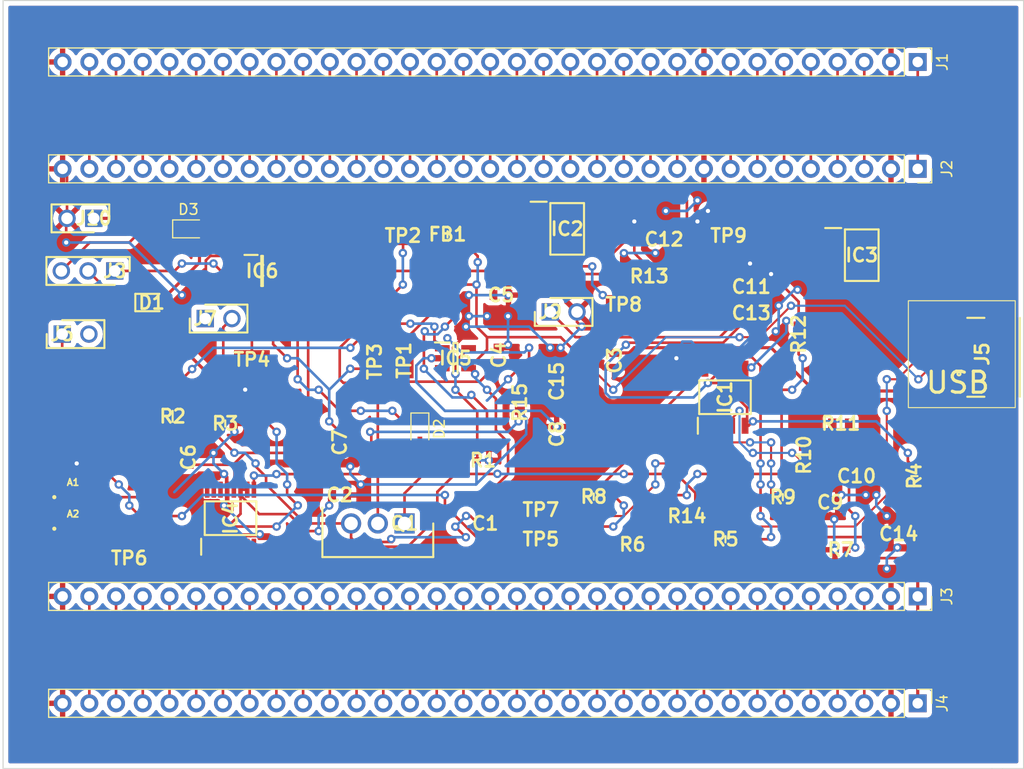
<source format=kicad_pcb>
(kicad_pcb (version 20211014) (generator pcbnew)
  (layers (0 "F.Cu" signal) (31 "B.Cu" signal) (34 "B.Paste" user) (35 "F.Paste" user) (36 "B.SilkS" user "B.Silkscreen") (37 "F.SilkS" user "F.Silkscreen") (38 "B.Mask" user) (39 "F.Mask" user) (44 "Edge.Cuts" user))
  (net 0 "")
  (net 1 "+3V0")
  (net 2 "GND")
  (net 3 "/VBAT")
  (net 4 "/PC13")
  (net 5 "/PC14")
  (net 6 "/PC15")
  (net 7 "/PF0")
  (net 8 "/PF1")
  (net 9 "/NRST")
  (net 10 "/PC0")
  (net 11 "/PC1")
  (net 12 "/PC2")
  (net 13 "/PC3")
  (net 14 "/PA0")
  (net 15 "/PA1")
  (net 16 "/PA2")
  (net 17 "/PA3")
  (net 18 "/PF4")
  (net 19 "/PF5")
  (net 20 "/PA4")
  (net 21 "/PA5")
  (net 22 "/PA6")
  (net 23 "/PA7")
  (net 24 "/PC4")
  (net 25 "/PC5")
  (net 26 "/PB0")
  (net 27 "/PB1")
  (net 28 "/PB2")
  (net 29 "/PB10")
  (net 30 "/PB11")
  (net 31 "/PB12")
  (net 32 "+5V")
  (net 33 "/PB9")
  (net 34 "/PB8")
  (net 35 "VDD")
  (net 36 "/BOOT")
  (net 37 "/PB7")
  (net 38 "/PB6")
  (net 39 "/PB5")
  (net 40 "/PB4")
  (net 41 "/PB3")
  (net 42 "/PD2")
  (net 43 "/PC12")
  (net 44 "/PC11")
  (net 45 "/PC10")
  (net 46 "/PA15")
  (net 47 "/PA14")
  (net 48 "/PF7")
  (net 49 "/PF6")
  (net 50 "/PA13")
  (net 51 "/PA12")
  (net 52 "/PA11")
  (net 53 "/PA10")
  (net 54 "/PA9")
  (net 55 "/PA8")
  (net 56 "/PC9")
  (net 57 "/PC8")
  (net 58 "/PC7")
  (net 59 "/PC6")
  (net 60 "/PB15")
  (net 61 "/PB14")
  (net 62 "/PB13")
  (net 63 "+3v3")
  (net 64 "Vout1")
  (net 65 "Vout2")
  (net 66 "/Power/3V3")
  (net 67 "Net-(C4-Pad2)")
  (net 68 "VCC")
  (net 69 "Net-(C7-Pad1)")
  (net 70 "/microcontroller_interfacing/OUT1")
  (net 71 "Net-(C11-Pad2)")
  (net 72 "Net-(C12-Pad2)")
  (net 73 "/Power/D+")
  (net 74 "/Power/D-")
  (net 75 "Net-(D1-Pad1)")
  (net 76 "Net-(D2-Pad1)")
  (net 77 "Net-(D2-Pad2)")
  (net 78 "Vdiff")
  (net 79 "IN1-")
  (net 80 "IN1+")
  (net 81 "-3v3")
  (net 82 "IN2-")
  (net 86 "/microcontroller_interfacing/PB7")
  (net 87 "/microcontroller_interfacing/PC15")
  (net 88 "/Power/TXD")
  (net 90 "/Power/RXD")
  (net 93 "Net-(IC4-Pad8)")
  (net 94 "Net-(IC4-Pad9)")
  (net 98 "Net-(IC5-Pad1)")
  (net 99 "Net-(IC5-Pad5)")
  (net 100 "/microcontroller_interfacing/NRST")
  (net 101 "/Power/PA9")
  (net 102 "/Power/PA10")
  (footprint "SamacSys_Parts:XDCR_ALS-PT19-315C_L177_TR8" (layer "F.Cu") (at 99.62 128.205)
    (fp_text reference "A2")
    (fp_text value "ALS-PT19-315C/L177/TR8")
  )
  (footprint "Diode_SMD:D_SOD-323" (layer "F.Cu") (at 132.62 118.705 -90)
    (fp_text reference "D2")
    (fp_text value "BAT60J")
  )
  (footprint "SamacSys_Parts:CAPC1608X90N" (layer "F.Cu") (at 145.62 119.205 90)
    (fp_text reference "C8")
    (fp_text value "1uF" hide)
  )
  (footprint "SamacSys_Parts:CAPC1608X90N" (layer "F.Cu") (at 145.62 114.205 90)
    (fp_text reference "C15")
    (fp_text value "CL10C470JB8NNNC" hide)
  )
  (footprint "SamacSys_Parts_Microcontroller:CAPC1608X95N" (layer "F.Cu") (at 140.12 111.705 -90)
    (fp_text reference "C4")
    (fp_text value "CL10A475KA8NQNC" hide)
  )
  (footprint "SamacSys_Parts_Power:5017" (layer "F.Cu") (at 131.12 112.205 -90)
    (fp_text reference "TP1")
    (fp_text value "5017" hide)
  )
  (footprint "SamacSys_Parts:RESC1005X35N" (layer "F.Cu") (at 138.62 121.705)
    (fp_text reference "R1")
    (fp_text value "2k" hide)
  )
  (footprint "SamacSys_Parts:CAPC1608X90N" (layer "F.Cu") (at 138.83 127.705 180)
    (fp_text reference "C1")
    (fp_text value "10nF" hide)
  )
  (footprint "SamacSys_Parts:RESC1608X55N" (layer "F.Cu") (at 179.62 123.205 90)
    (fp_text reference "R4")
    (fp_text value "RC0603FR-071KL" hide)
  )
  (footprint "SamacSys_Parts_Power:SOT95P270X145-5N" (layer "F.Cu") (at 136 112)
    (fp_text reference "IC5")
    (fp_text value "MCP73831T-2ACI_OT" hide)
  )
  (footprint "SamacSys_Parts:SOIC127P600X175-8N" (layer "F.Cu") (at 161.62 115.705 90)
    (fp_text reference "IC1")
    (fp_text value "LM358DT" hide)
  )
  (footprint "SamacSys_Parts_Power:HDRV2W64P0X254_1X2_508X250X873P" (layer "F.Cu") (at 112.215 108.23)
    (fp_text reference "J7")
    (fp_text value "PZ254V-11-02P" hide)
  )
  (footprint "SamacSys_Parts_Power:SOT95P237X112-3N" (layer "F.Cu") (at 117.62 103.705)
    (fp_text reference "IC6")
    (fp_text value "MCP1700T-3302E_TT" hide)
  )
  (footprint "SamacSys_Parts_Power:SOP64P599X175-16N" (layer "F.Cu") (at 114.62 127.205 90)
    (fp_text reference "IC4")
    (fp_text value "FT230XS-R" hide)
  )
  (footprint "SamacSys_Parts_Power:5017" (layer "F.Cu") (at 161.97 100.35)
    (fp_text reference "TP9")
    (fp_text value "5017" hide)
  )
  (footprint "SamacSys_Parts:CAPC1608X90N" (layer "F.Cu") (at 125 125)
    (fp_text reference "C2")
    (fp_text value "CC0603KRX7R9BB104" hide)
  )
  (footprint "SamacSys_Parts:RESC1005X37N" (layer "F.Cu") (at 152.82 129.705)
    (fp_text reference "R6")
    (fp_text value "AC0402FR-07536KL" hide)
  )
  (footprint "SamacSys_Parts:RESC1608X55N" (layer "F.Cu") (at 142.12 116.205 90)
    (fp_text reference "R15")
    (fp_text value "0603WAF270JT5E" hide)
  )
  (footprint "SamacSys_Parts:CAPC1608X90N" (layer "F.Cu") (at 155.83 100.705 180)
    (fp_text reference "C12")
    (fp_text value "CL10A335KP8NNNC" hide)
  )
  (footprint "SamacSys_Parts_Power:TO254P469X1042X1967-3P" (layer "F.Cu") (at 131.16 127.705 180)
    (fp_text reference "Q1")
    (fp_text value "IRF9540NPbF" hide)
  )
  (footprint "SamacSys_Parts_Power:5017" (layer "F.Cu") (at 131.02 100.35)
    (fp_text reference "TP2")
    (fp_text value "5017" hide)
  )
  (footprint "SamacSys_Parts:SOIC127P600X175-8N" (layer "F.Cu") (at 174.62 102.205)
    (fp_text reference "IC3")
    (fp_text value "AT24C256C-SSHL-T" hide)
  )
  (footprint "SamacSys_Parts_Power:HDRV3W64P0X254_1X3_762X250X885P" (layer "F.Cu") (at 103.62 103.705 180)
    (fp_text reference "J8")
    (fp_text value "MTP125-1103S1" hide)
  )
  (footprint "SamacSys_Parts:CAPC1608X90N" (layer "F.Cu") (at 164.12 107.705)
    (fp_text reference "C13")
    (fp_text value "CC0603KRX7R9BB104" hide)
  )
  (footprint "SamacSys_Parts_Power:5017" (layer "F.Cu") (at 152 106.9)
    (fp_text reference "TP8")
    (fp_text value "5017" hide)
  )
  (footprint "Connector_PinSocket_2.54mm:PinSocket_1x33_P2.54mm_Vertical" (layer "F.Cu") (at 179.94 94 -90)
    (fp_text reference "J2")
    (fp_text value "Conn_01x33_Female")
  )
  (footprint "SamacSys_Parts:XDCR_ALS-PT19-315C_L177_TR8" (layer "F.Cu") (at 99.62 125.205)
    (fp_text reference "A1")
    (fp_text value "ALS-PT19-315C/L177/TR8")
  )
  (footprint "SamacSys_Parts_Power:HDRV2W64P0X254_1X2_508X250X873P" (layer "F.Cu") (at 145.015 107.6)
    (fp_text reference "J9")
    (fp_text value "PZ254V-11-02P" hide)
  )
  (footprint "SamacSys_Parts:CAPC1608X90N" (layer "F.Cu") (at 125 120 -90)
    (fp_text reference "C7")
    (fp_text value "1uF" hide)
  )
  (footprint "SamacSys_Parts:RESC1608X55N" (layer "F.Cu") (at 168.62 109.705 90)
    (fp_text reference "R12")
    (fp_text value "RC0603FR-071KL" hide)
  )
  (footprint "SamacSys_Parts:CAPC1608X90N" (layer "F.Cu") (at 164.12 105.205)
    (fp_text reference "C11")
    (fp_text value "CL10A335KP8NNNC" hide)
  )
  (footprint "SamacSys_Parts:RESC1608X55N" (layer "F.Cu") (at 114.12 118.205)
    (fp_text reference "R3")
    (fp_text value "10k" hide)
  )
  (footprint "SamacSys_Parts_Power:5017" (layer "F.Cu") (at 144.12 126.405 180)
    (fp_text reference "TP7")
    (fp_text value "5017" hide)
  )
  (footprint "SamacSys_Parts:RESC1608X55N" (layer "F.Cu") (at 149.145 125.155)
    (fp_text reference "R8")
    (fp_text value "RC0603FR-071KL" hide)
  )
  (footprint "SamacSys_Parts_Power:5017" (layer "F.Cu") (at 105 131)
    (fp_text reference "TP6")
    (fp_text value "5017" hide)
  )
  (footprint "SamacSys_Parts_Power:HDRV2W64P0X254_1X2_508X250X873P" (layer "F.Cu") (at 101.62 98.705 180)
    (fp_text reference "J10")
    (fp_text value "PZ254V-11-02P" hide)
  )
  (footprint "SamacSys_Parts:LEDC1608X70N" (layer "F.Cu") (at 107.12 106.705)
    (fp_text reference "D1")
    (fp_text value "LED" hide)
  )
  (footprint "Connector_PinHeader_2.54mm:PinHeader_1x33_P2.54mm_Vertical" (layer "F.Cu") (at 179.94 83.84 -90)
    (fp_text reference "J1")
    (fp_text value "Conn_01x33_Female")
  )
  (footprint "SamacSys_Parts:CAPC1608X90N" (layer "F.Cu") (at 174.12 123.205)
    (fp_text reference "C10")
    (fp_text value "CL10A105KB8NNNC" hide)
  )
  (footprint "SamacSys_Parts_Power:5017" (layer "F.Cu") (at 144.12 129.205 180)
    (fp_text reference "TP5")
    (fp_text value "5017" hide)
  )
  (footprint "SamacSys_Parts:RESC1608X55N" (layer "F.Cu") (at 158 127)
    (fp_text reference "R14")
    (fp_text value "0603WAF270JT5E" hide)
  )
  (footprint "SamacSys_Parts_Power:5017" (layer "F.Cu") (at 128.32 112.315 -90)
    (fp_text reference "TP3")
    (fp_text value "5017" hide)
  )
  (footprint "SamacSys_Parts:RESC1608X55N" (layer "F.Cu") (at 167.12 125.205)
    (fp_text reference "R9")
    (fp_text value "RC0603FR-071KL" hide)
  )
  (footprint "Connector_PinHeader_2.54mm:PinHeader_1x33_P2.54mm_Vertical" (layer "F.Cu") (at 179.94 144.8 -90)
    (fp_text reference "J4")
    (fp_text value "Conn_01x33_Female")
  )
  (footprint "SamacSys_Parts:RESC1005X37N" (layer "F.Cu") (at 172.62 130.205 180)
    (fp_text reference "R7")
    (fp_text value "AC0402FR-07536KL" hide)
  )
  (footprint "SamacSys_Parts:CAPC1608X90N" (layer "F.Cu") (at 178.12 128.705)
    (fp_text reference "C14")
    (fp_text value "CL10C470JB8NNNC" hide)
  )
  (footprint "SamacSys_Parts:BEADC1608X95N" (layer "F.Cu") (at 135.245 100.225)
    (fp_text reference "FB1")
    (fp_text value "Ferrite_Bead" hide)
  )
  (footprint "SamacSys_Parts:CAPC1608X90N" (layer "F.Cu") (at 140.33 106)
    (fp_text reference "C5")
    (fp_text value "100nF" hide)
  )
  (footprint "SamacSys_Parts:RESC1608X55N" (layer "F.Cu") (at 154.42 104.205)
    (fp_text reference "R13")
    (fp_text value "RC0603FR-071KL" hide)
  )
  (footprint "SamacSys_Parts:RESC1608X55N" (layer "F.Cu") (at 169.12 121.205 90)
    (fp_text reference "R10")
    (fp_text value "RC0603FR-071KL" hide)
  )
  (footprint "Connector_PinSocket_2.54mm:PinSocket_1x33_P2.54mm_Vertical" (layer "F.Cu") (at 179.94 134.64 -90)
    (fp_text reference "J3")
    (fp_text value "Conn_01x33_Female")
  )
  (footprint "SamacSys_Parts:RESC1608X55N" (layer "F.Cu") (at 172.62 118.205)
    (fp_text reference "R11")
    (fp_text value "RC0603FR-071KL" hide)
  )
  (footprint "SamacSys_Parts_Power:HDRV2W64P0X254_1X2_508X250X873P" (layer "F.Cu") (at 98.62 109.705)
    (fp_text reference "J6")
    (fp_text value "PZ254V-11-02P" hide)
  )
  (footprint "SamacSys_Parts_Power:5017" (layer "F.Cu") (at 116.65 112.13)
    (fp_text reference "TP4")
    (fp_text value "5017" hide)
  )
  (footprint "Diode_SMD:D_SOD-323" (layer "F.Cu") (at 110.62 99.705)
    (fp_text reference "D3")
    (fp_text value "BAT60J")
  )
  (footprint "SamacSys_Parts:RESC1608X55N" (layer "F.Cu") (at 161.665 129.205)
    (fp_text reference "R5")
    (fp_text value "RC0603FR-071KL" hide)
  )
  (footprint "SamacSys_Parts:CAPC1608X90N" (layer "F.Cu") (at 171.62 125.705)
    (fp_text reference "C9")
    (fp_text value "CL10A105KB8NNNC" hide)
  )
  (footprint "SamacSys_Parts:SOIC127P600X175-8N" (layer "F.Cu") (at 146.62 99.705)
    (fp_text reference "IC2")
    (fp_text value "LM358DT" hide)
  )
  (footprint "SamacSys_Parts_Microcontroller:RESC2012X60N" (layer "F.Cu") (at 109.12 117.525)
    (fp_text reference "R2")
    (fp_text value "RC0805FR-07470RL" hide)
  )
  (footprint "SamacSys_Parts_Microcontroller:CAPC1608X95N" (layer "F.Cu") (at 151.12 112.205 90)
    (fp_text reference "C3")
    (fp_text value "CL10A475KA8NQNC" hide)
  )
  (footprint "SamacSys_Parts_Microcontroller:CAPC1608X95N" (layer "F.Cu") (at 110.62 121.415 90)
    (fp_text reference "C6")
    (fp_text value "CL10A475KA8NQNC" hide)
  )
  (footprint "SamacSys_Parts_Microcontroller:47346-0001" (layer "F.Cu") (at 189.65 111.9125 -90)
    (fp_text reference "J5")
    (fp_text value "47346-0001" hide)
  )
  (gr_rect (start 179.05 106.535) (end 189.21 116.695) (layer "F.SilkS") (width 0.1) (fill none))
  (gr_line (start 187 78) (end 93 78) (layer "Edge.Cuts") (width 0.1))
  (gr_line (start 187 151) (end 93 151) (layer "Edge.Cuts") (width 0.1))
  (gr_line (start 188 151) (end 187 151) (layer "Edge.Cuts") (width 0.1))
  (gr_line (start 93 78) (end 93 151) (layer "Edge.Cuts") (width 0.1))
  (gr_line (start 188 78) (end 190 78) (layer "Edge.Cuts") (width 0.1))
  (gr_line (start 188 78) (end 187 78) (layer "Edge.Cuts") (width 0.1))
  (gr_line (start 188 151) (end 190 151) (layer "Edge.Cuts") (width 0.1))
  (gr_line (start 190 78) (end 190 151) (layer "Edge.Cuts") (width 0.1))
  (gr_text "USB" (at 183.75 114.32) (layer "F.SilkS") (effects (font (size 2 2) (thickness 0.3))))
  (segment (start 135 109) (end 136 108) (width 0.25) (layer "F.Cu") (net 0))
  (segment (start 139 120) (end 138.7945 120) (width 0.25) (layer "F.Cu") (net 0))
  (segment (start 133 109.519166) (end 133.081476 109.43769) (width 0.25) (layer "F.Cu") (net 0))
  (segment (start 143 112) (end 143 111) (width 0.25) (layer "F.Cu") (net 0))
  (segment (start 137.512299 115.487701) (end 139 116.975402) (width 0.25) (layer "F.Cu") (net 0))
  (segment (start 139 116.975402) (end 139 118) (width 0.25) (layer "F.Cu") (net 0))
  (segment (start 133 113) (end 133 109.519166) (width 0.25) (layer "F.Cu") (net 0))
  (segment (start 141 114) (end 143 112) (width 0.25) (layer "F.Cu") (net 0))
  (via (at 135.235511 110.095062) (size 0.8) (drill 0.4) (layers "F.Cu" "B.Cu") (net 0))
  (via (at 141 114) (size 0.8) (drill 0.4) (layers "F.Cu" "B.Cu") (net 0))
  (via (at 143 111) (size 0.8) (drill 0.4) (layers "F.Cu" "B.Cu") (net 0))
  (via (at 133.081476 109.43769) (size 0.8) (drill 0.4) (layers "F.Cu" "B.Cu") (net 0))
  (via (at 137.512299 115.487701) (size 0.8) (drill 0.4) (layers "F.Cu" "B.Cu") (net 0))
  (via (at 133 113) (size 0.8) (drill 0.4) (layers "F.Cu" "B.Cu") (net 0))
  (via (at 135 109) (size 0.8) (drill 0.4) (layers "F.Cu" "B.Cu") (net 0))
  (segment (start 134.300103 109.724511) (end 135 109.024614) (width 0.25) (layer "B.Cu") (net 0))
  (segment (start 137.275489 115.724511) (end 135.699897 115.724511) (width 0.25) (layer "B.Cu") (net 0))
  (segment (start 135.699897 115.724511) (end 133 113.024614) (width 0.25) (layer "B.Cu") (net 0))
  (segment (start 138.987701 116.012299) (end 139.012315 116.012299) (width 0.25) (layer "B.Cu") (net 0))
  (segment (start 133.368297 109.724511) (end 134.300103 109.724511) (width 0.25) (layer "B.Cu") (net 0))
  (segment (start 137.512299 115.487701) (end 137.275489 115.724511) (width 0.25) (layer "B.Cu") (net 0))
  (segment (start 142.550989 111.449011) (end 136.58946 111.449011) (width 0.25) (layer "B.Cu") (net 0))
  (segment (start 136.58946 111.449011) (end 135.235511 110.095062) (width 0.25) (layer "B.Cu") (net 0))
  (segment (start 133 113.024614) (end 133 113) (width 0.25) (layer "B.Cu") (net 0))
  (segment (start 139.012315 116.012299) (end 141 114.024614) (width 0.25) (layer "B.Cu") (net 0))
  (segment (start 141 114.024614) (end 141 114) (width 0.25) (layer "B.Cu") (net 0))
  (segment (start 143 111) (end 142.550989 111.449011) (width 0.25) (layer "B.Cu") (net 0))
  (segment (start 135 109.024614) (end 135 109) (width 0.25) (layer "B.Cu") (net 0))
  (segment (start 133.081476 109.43769) (end 133.368297 109.724511) (width 0.25) (layer "B.Cu") (net 0))
  (segment (start 179.94 83.84) (end 179.94 94) (width 0.25) (layer "F.Cu") (net 1))
  (segment (start 114 123) (end 114.302 123.302) (width 0.25) (layer "F.Cu") (net 2))
  (segment (start 135.774511 111.674511) (end 135.075489 111.674511) (width 0.25) (layer "F.Cu") (net 2))
  (segment (start 140.12 110.995) (end 140.7295 110.995) (width 0.25) (layer "F.Cu") (net 2))
  (segment (start 152.012299 102.012299) (end 152 102.024598) (width 0.25) (layer "F.Cu") (net 2))
  (segment (start 175 124) (end 175 125) (width 0.25) (layer "F.Cu") (net 2))
  (segment (start 112.275489 102.699897) (end 112.275489 103.724511) (width 0.25) (layer "F.Cu") (net 2))
  (segment (start 114.938 128.904) (end 114.939511 128.902489) (width 0.25) (layer "F.Cu") (net 2))
  (segment (start 155.245 102) (end 155 102) (width 0.25) (layer "F.Cu") (net 2))
  (segment (start 115 118.285) (end 114.92 118.205) (width 0.25) (layer "F.Cu") (net 2))
  (segment (start 145 111) (end 145.975402 111) (width 0.25) (layer "F.Cu") (net 2))
  (segment (start 177.4 134.64) (end 177.4 132.4) (width 0.25) (layer "F.Cu") (net 2))
  (segment (start 183 108) (end 184 107) (width 0.25) (layer "F.Cu") (net 2))
  (segment (start 164.83 107.705) (end 164.83 108.17) (width 0.25) (layer "F.Cu") (net 2))
  (segment (start 99.08 94.42) (end 98.66 94) (width 0.25) (layer "F.Cu") (net 2))
  (segment (start 156.54 100.705) (end 155.245 102) (width 0.25) (layer "F.Cu") (net 2))
  (segment (start 163.10952 131.44952) (end 167.55048 131.44952) (width 0.25) (layer "F.Cu") (net 2))
  (segment (start 114.302 123.302) (end 114.302 124.493) (width 0.25) (layer "F.Cu") (net 2))
  (segment (start 183 109.7125) (end 183 108) (width 0.25) (layer "F.Cu") (net 2))
  (segment (start 145.975402 111) (end 145.987701 111.012299) (width 0.25) (layer "F.Cu") (net 2))
  (segment (start 172.33 125.705) (end 172.33 126.9705) (width 0.25) (layer "F.Cu") (net 2))
  (segment (start 125 120.71) (end 125 121.287799) (width 0.25) (layer "F.Cu") (net 2))
  (segment (start 140.7295 110.995) (end 141 110.7245) (width 0.25) (layer "F.Cu") (net 2))
  (segment (start 166.7245 107) (end 165.535 107) (width 0.25) (layer "F.Cu") (net 2))
  (segment (start 137 109) (end 136 109) (width 0.25) (layer "F.Cu") (net 2))
  (segment (start 159 97) (end 159.62 96.38) (width 0.25) (layer "F.Cu") (net 2))
  (segment (start 164.007 112.993) (end 164.121962 112.878038) (width 0.25) (layer "F.Cu") (net 2))
  (segment (start 160.865 129.205) (end 163.10952 131.44952) (width 0.25) (layer "F.Cu") (net 2))
  (segment (start 156.54 98.46) (end 156.54 100.705) (width 0.25) (layer "F.Cu") (net 2))
  (segment (start 184.84 110.6125) (end 183.9 110.6125) (width 0.25) (layer "F.Cu") (net 2))
  (segment (start 116.57 102.755) (end 116.090489 102.275489) (width 0.25) (layer "F.Cu") (net 2))
  (segment (start 114 126) (end 114.302 125.698) (width 0.25) (layer "F.Cu") (net 2))
  (segment (start 163.525 112.993) (end 164.007 112.993) (width 0.25) (layer "F.Cu") (net 2))
  (segment (start 169.89 104.11) (end 168.512299 105.487701) (width 0.25) (layer "F.Cu") (net 2))
  (segment (start 114.938 129.917) (end 114.938 128.904) (width 0.25) (layer "F.Cu") (net 2))
  (segment (start 116.090489 102.275489) (end 112.699897 102.275489) (width 0.25) (layer "F.Cu") (net 2))
  (segment (start 112.275489 103.724511) (end 110 106) (width 0.25) (layer "F.Cu") (net 2))
  (segment (start 172.6855 125) (end 172.6855 125.3495) (width 0.25) (layer "F.Cu") (net 2))
  (segment (start 174.83 123.83) (end 176 125) (width 0.25) (layer "F.Cu") (net 2))
  (segment (start 112.699897 102.275489) (end 112.275489 102.699897) (width 0.25) (layer "F.Cu") (net 2))
  (segment (start 159.62 83.84) (end 159.62 94) (width 0.25) (layer "F.Cu") (net 2))
  (segment (start 135.774511 110.975489) (end 137 109.75) (width 0.25) (layer "F.Cu") (net 2))
  (segment (start 115 119) (end 115 118.285) (width 0.25) (layer "F.Cu") (net 2))
  (segment (start 147.555 107.6) (end 147.555 108.555) (width 0.25) (layer "F.Cu") (net 2))
  (segment (start 135.774511 111.674511) (end 135.774511 110.975489) (width 0.25) (layer "F.Cu") (net 2))
  (segment (start 137.2755 108) (end 137.2755 106) (width 0.25) (layer "F.Cu") (net 2))
  (segment (start 171.908 104.11) (end 169.89 104.11) (width 0.25) (layer "F.Cu") (net 2))
  (segment (start 174.83 123.83) (end 175 124) (width 0.25) (layer "F.Cu") (net 2))
  (segment (start 184.84 110.6125) (end 184.84 111.2625) (width 0.25) (layer "F.Cu") (net 2))
  (segment (start 137 109.75) (end 137 109) (width 0.25) (layer "F.Cu") (net 2))
  (segment (start 159.62 96.38) (end 159.62 94) (width 0.25) (layer "F.Cu") (net 2))
  (segment (start 172.6855 125.3495) (end 172.33 125.705) (width 0.25) (layer "F.Cu") (net 2))
  (segment (start 112.705 120.705) (end 113 121) (width 0.25) (layer "F.Cu") (net 2))
  (segment (start 98.66 134.64) (end 98.66 144.8) (width 0.25) (layer "F.Cu") (net 2))
  (segment (start 152 102.024598) (end 152 103) (width 0.25) (layer "F.Cu") (net 2))
  (segment (start 183.9 110.6125) (end 183 109.7125) (width 0.25) (layer "F.Cu") (net 2))
  (segment (start 99 101) (end 99 98.785) (width 0.25) (layer "F.Cu") (net 2))
  (segment (start 167.55048 131.44952) (end 168 131) (width 0.25) (layer "F.Cu") (net 2))
  (segment (start 172.33 126.9705) (end 172 127.3005) (width 0.25) (layer "F.Cu") (net 2))
  (segment (start 139 108) (end 141 108) (width 0.25) (layer "F.Cu") (net 2))
  (segment (start 114.939511 128.902489) (end 116 128.902489) (width 0.25) (layer "F.Cu") (net 2))
  (segment (start 99 98.785) (end 99.08 98.705) (width 0.25) (layer "F.Cu") (net 2))
  (segment (start 147.555 108.555) (end 148 109) (width 0.25) (layer "F.Cu") (net 2))
  (segment (start 165.535 107) (end 164.83 107.705) (width 0.25) (layer "F.Cu") (net 2))
  (segment (start 110.62 120.705) (end 112.705 120.705) (width 0.25) (layer "F.Cu") (net 2))
  (segment (start 135.075489 111.674511) (end 134.75 112) (width 0.25) (layer "F.Cu") (net 2))
  (segment (start 174.83 123.205) (end 174.83 123.83) (width 0.25) (layer "F.Cu") (net 2))
  (segment (start 177.4 134.64) (end 177.4 144.8) (width 0.25) (layer "F.Cu") (net 2))
  (segment (start 99.08 98.705) (end 99.08 94.42) (width 0.25) (layer "F.Cu") (net 2))
  (segment (start 114.302 125.698) (end 114.302 124.493) (width 0.25) (layer "F.Cu") (net 2))
  (segment (start 135.449022 112) (end 133.7245 112) (width 0.25) (layer "F.Cu") (net 2))
  (segment (start 136.225489 109.050011) (end 137.2755 108) (width 0.25) (layer "F.Cu") (net 2))
  (segment (start 135.774511 111.674511) (end 135.449022 112) (width 0.25) (layer "F.Cu") (net 2))
  (segment (start 160.365 129.705) (end 153.37 129.705) (width 0.25) (layer "F.Cu") (net 2))
  (segment (start 125 121.287799) (end 126 122.287799) (width 0.25) (layer "F.Cu") (net 2))
  (segment (start 177.4 132.4) (end 177 132) (width 0.25) (layer "F.Cu") (net 2))
  (segment (start 160.865 129.205) (end 160.365 129.705) (width 0.25) (layer "F.Cu") (net 2))
  (segment (start 157 98) (end 156.54 98.46) (width 0.25) (layer "F.Cu") (net 2))
  (segment (start 167.448526 108.448517) (end 166.448521 109.448522) (width 0.25) (layer "F.Cu") (net 2))
  (via (at 166.7245 107) (size 0.8) (drill 0.4) (layers "F.Cu" "B.Cu") (net 2))
  (via (at 175 125) (size 0.8) (drill 0.4) (layers "F.Cu" "B.Cu") (net 2))
  (via (at 172.07 130.205) (size 0.8) (drill 0.4) (layers "F.Cu" "B.Cu") (net 2))
  (via (at 137 109) (size 0.8) (drill 0.4) (layers "F.Cu" "B.Cu") (net 2))
  (via (at 137.2755 108) (size 0.8) (drill 0.4) (layers "F.Cu" "B.Cu") (net 2))
  (via (at 145.987701 111.012299) (size 0.8) (drill 0.4) (layers "F.Cu" "B.Cu") (net 2))
  (via (at 141 110.7245) (size 0.8) (drill 0.4) (layers "F.Cu" "B.Cu") (net 2))
  (via (at 156 98) (size 0.8) (drill 0.4) (layers "F.Cu" "B.Cu") (net 2))
  (via (at 113 121) (size 0.8) (drill 0.4) (layers "F.Cu" "B.Cu") (net 2))
  (via (at 133.7245 112) (size 0.8) (drill 0.4) (layers "F.Cu" "B.Cu") (net 2))
  (via (at 127 124) (size 0.8) (drill 0.4) (layers "F.Cu" "B.Cu") (net 2))
  (via (at 177 132) (size 0.8) (drill 0.4) (layers "F.Cu" "B.Cu") (net 2))
  (via (at 164.121962 112.878038) (size 0.8) (drill 0.4) (layers "F.Cu" "B.Cu") (net 2))
  (via (at 166.7245 107) (size 0.8) (drill 0.4) (layers "F.Cu" "B.Cu") (net 2))
  (via (at 110 106) (size 0.8) (drill 0.4) (layers "F.Cu" "B.Cu") (net 2))
  (via (at 141 108) (size 0.8) (drill 0.4) (layers "F.Cu" "B.Cu") (net 2))
  (via (at 141.04 106) (size 0.8) (drill 0.4) (layers "F.Cu" "B.Cu") (net 2))
  (via (at 145 111) (size 0.8) (drill 0.4) (layers "F.Cu" "B.Cu") (net 2))
  (via (at 159 97) (size 0.8) (drill 0.4) (layers "F.Cu" "B.Cu") (net 2))
  (via (at 114 123) (size 0.8) (drill 0.4) (layers "F.Cu" "B.Cu") (net 2))
  (via (at 177 127) (size 0.8) (drill 0.4) (layers "F.Cu" "B.Cu") (net 2))
  (via (at 117.4 128.7245) (size 0.8) (drill 0.4) (layers "F.Cu" "B.Cu") (net 2))
  (via (at 168.512299 105.487701) (size 0.8) (drill 0.4) (layers "F.Cu" "B.Cu") (net 2))
  (via (at 145.62 118.495) (size 0.8) (drill 0.4) (layers "F.Cu" "B.Cu") (net 2))
  (via (at 137.2755 106) (size 0.8) (drill 0.4) (layers "F.Cu" "B.Cu") (net 2))
  (via (at 172 127.3005) (size 0.8) (drill 0.4) (layers "F.Cu" "B.Cu") (net 2))
  (via (at 152.012299 102.012299) (size 0.8) (drill 0.4) (layers "F.Cu" "B.Cu") (net 2))
  (via (at 172.6855 125) (size 0.8) (drill 0.4) (layers "F.Cu" "B.Cu") (net 2))
  (via (at 167.448526 108.448517) (size 0.8) (drill 0.4) (layers "F.Cu" "B.Cu") (net 2))
  (via (at 176 125) (size 0.8) (drill 0.4) (layers "F.Cu" "B.Cu") (net 2))
  (via (at 126 122.287799) (size 0.8) (drill 0.4) (layers "F.Cu" "B.Cu") (net 2))
  (via (at 115 119) (size 0.8) (drill 0.4) (layers "F.Cu" "B.Cu") (net 2))
  (via (at 139.17 121.705) (size 0.8) (drill 0.4) (layers "F.Cu" "B.Cu") (net 2))
  (via (at 114 126) (size 0.8) (drill 0.4) (layers "F.Cu" "B.Cu") (net 2))
  (via (at 148 109) (size 0.8) (drill 0.4) (layers "F.Cu" "B.Cu") (net 2))
  (via (at 139 108) (size 0.8) (drill 0.4) (layers "F.Cu" "B.Cu") (net 2))
  (via (at 166.448521 109.448522) (size 0.8) (drill 0.4) (layers "F.Cu" "B.Cu") (net 2))
  (via (at 155 102) (size 0.8) (drill 0.4) (layers "F.Cu" "B.Cu") (net 2))
  (via (at 178 130) (size 0.8) (drill 0.4) (layers "F.Cu" "B.Cu") (net 2))
  (via (at 99 101) (size 0.8) (drill 0.4) (layers "F.Cu" "B.Cu") (net 2))
  (segment (start 137.975394 123.975394) (end 137.950788 124) (width 0.25) (layer "B.Cu") (net 2))
  (segment (start 137.975394 123.975394) (end 138 123.950788) (width 0.25) (layer "B.Cu") (net 2))
  (segment (start 135 117) (end 142.024614 117) (width 0.25) (layer "B.Cu") (net 2))
  (segment (start 132.275489 114.275489) (end 135 117) (width 0.25) (layer "B.Cu") (net 2))
  (segment (start 158 98) (end 159 97) (width 0.25) (layer "B.Cu") (net 2))
  (segment (start 167.448526 109.551474) (end 167.448526 108.448517) (width 0.25) (layer "B.Cu") (net 2))
  (segment (start 166.7245 109.172543) (end 166.7245 107) (width 0.25) (layer "B.Cu") (net 2))
  (segment (start 143 109) (end 145 111) (width 0.25) (layer "B.Cu") (net 2))
  (segment (start 137.2755 108) (end 139 108) (width 0.25) (layer "B.Cu") (net 2))
  (segment (start 144.125 117) (end 145.62 118.495) (width 0.25) (layer "B.Cu") (net 2))
  (segment (start 113 121) (end 113 122) (width 0.25) (layer "B.Cu") (net 2))
  (segment (start 152.024598 102) (end 152.012299 102.012299) (width 0.25) (layer "B.Cu") (net 2))
  (segment (start 176 126) (end 177 127) (width 0.25) (layer "B.Cu") (net 2))
  (segment (start 148 109) (end 145.987701 111.012299) (width 0.25) (layer "B.Cu") (net 2))
  (segment (start 177 131) (end 178 130) (width 0.25) (layer "B.Cu") (net 2))
  (segment (start 113 121) (end 115 119) (width 0.25) (layer "B.Cu") (net 2))
  (segment (start 137.2755 106) (end 141.04 106) (width 0.25) (layer "B.Cu") (net 2))
  (segment (start 164.121962 112.878038) (end 167.448526 109.551474) (width 0.25) (layer "B.Cu") (net 2))
  (segment (start 172 127.3005) (end 172 130.135) (width 0.25) (layer "B.Cu") (net 2))
  (segment (start 138 122) (end 138.295 121.705) (width 0.25) (layer "B.Cu") (net 2))
  (segment (start 138.295 121.705) (end 139.17 121.705) (width 0.25) (layer "B.Cu") (net 2))
  (segment (start 156 98) (end 158 98) (width 0.25) (layer "B.Cu") (net 2))
  (segment (start 126 122.287799) (end 126 123) (width 0.25) (layer "B.Cu") (net 2))
  (segment (start 137.950788 124) (end 127 124) (width 0.25) (layer "B.Cu") (net 2))
  (segment (start 141 110.7245) (end 141 108) (width 0.25) (layer "B.Cu") (net 2))
  (segment (start 117.4 128.7245) (end 116.7245 128.7245) (width 0.25) (layer "B.Cu") (net 2))
  (segment (start 113 121) (end 109.275489 124.724511) (width 0.25) (layer "B.Cu") (net 2))
  (segment (start 133.7245 112) (end 132.975386 112) (width 0.25) (layer "B.Cu") (net 2))
  (segment (start 142.024614 117) (end 142.724511 117.699897) (width 0.25) (layer "B.Cu") (net 2))
  (segment (start 110 106) (end 105 101) (width 0.25) (layer "B.Cu") (net 2))
  (segment (start 168.512299 105.487701) (end 168.236799 105.487701) (width 0.25) (layer "B.Cu") (net 2))
  (segment (start 172 130.135) (end 172.07 130.205) (width 0.25) (layer "B.Cu") (net 2))
  (segment (start 177 132) (end 177 131) (width 0.25) (layer "B.Cu") (net 2))
  (segment (start 137 109) (end 143 109) (width 0.25) (layer "B.Cu") (net 2))
  (segment (start 105 101) (end 99 101) (width 0.25) (layer "B.Cu") (net 2))
  (segment (start 166.448521 109.448522) (end 166.7245 109.172543) (width 0.25) (layer "B.Cu") (net 2))
  (segment (start 113 122) (end 114 123) (width 0.25) (layer "B.Cu") (net 2))
  (segment (start 132.275489 112.699897) (end 132.275489 114.275489) (width 0.25) (layer "B.Cu") (net 2))
  (segment (start 176 125) (end 176 126) (width 0.25) (layer "B.Cu") (net 2))
  (segment (start 175 125) (end 172.6855 125) (width 0.25) (layer "B.Cu") (net 2))
  (segment (start 155 102) (end 152.024598 102) (width 0.25) (layer "B.Cu") (net 2))
  (segment (start 126 123) (end 127 124) (width 0.25) (layer "B.Cu") (net 2))
  (segment (start 116.7245 128.7245) (end 114 126) (width 0.25) (layer "B.Cu") (net 2))
  (segment (start 135 117) (end 144.125 117) (width 0.25) (layer "B.Cu") (net 2))
  (segment (start 138 123.950788) (end 138 122) (width 0.25) (layer "B.Cu") (net 2))
  (segment (start 142.724511 119.226277) (end 137.975394 123.975394) (width 0.25) (layer "B.Cu") (net 2))
  (segment (start 142.724511 117.699897) (end 142.724511 119.226277) (width 0.25) (layer "B.Cu") (net 2))
  (segment (start 168.236799 105.487701) (end 166.7245 107) (width 0.25) (layer "B.Cu") (net 2))
  (segment (start 132.975386 112) (end 132.275489 112.699897) (width 0.25) (layer "B.Cu") (net 2))
  (segment (start 174.86 83.84) (end 174.86 94) (width 0.25) (layer "F.Cu") (net 3))
  (segment (start 172.32 83.84) (end 172.32 94) (width 0.25) (layer "F.Cu") (net 4))
  (segment (start 169.78 83.84) (end 169.78 94) (width 0.25) (layer "F.Cu") (net 5))
  (segment (start 167.24 83.84) (end 167.24 94) (width 0.25) (layer "F.Cu") (net 6))
  (segment (start 164.7 83.84) (end 164.7 94) (width 0.25) (layer "F.Cu") (net 7))
  (segment (start 162.16 83.84) (end 162.16 94) (width 0.25) (layer "F.Cu") (net 8))
  (segment (start 157.08 83.84) (end 157.08 94) (width 0.25) (layer "F.Cu") (net 9))
  (segment (start 154.54 83.84) (end 154.54 94) (width 0.25) (layer "F.Cu") (net 10))
  (segment (start 152 83.84) (end 152 94) (width 0.25) (layer "F.Cu") (net 11))
  (segment (start 149.46 83.84) (end 149.46 94) (width 0.25) (layer "F.Cu") (net 12))
  (segment (start 146.92 83.84) (end 146.92 94) (width 0.25) (layer "F.Cu") (net 13))
  (segment (start 144.38 83.84) (end 144.38 94) (width 0.25) (layer "F.Cu") (net 14))
  (segment (start 141.84 83.84) (end 141.84 94) (width 0.25) (layer "F.Cu") (net 15))
  (segment (start 139.3 83.84) (end 139.3 94) (width 0.25) (layer "F.Cu") (net 16))
  (segment (start 136.76 83.84) (end 136.76 94) (width 0.25) (layer "F.Cu") (net 17))
  (segment (start 134.22 83.84) (end 134.22 94) (width 0.25) (layer "F.Cu") (net 18))
  (segment (start 131.68 83.84) (end 131.68 94) (width 0.25) (layer "F.Cu") (net 19))
  (segment (start 129.14 83.84) (end 129.14 94) (width 0.25) (layer "F.Cu") (net 20))
  (segment (start 126.6 83.84) (end 126.6 94) (width 0.25) (layer "F.Cu") (net 21))
  (segment (start 124.06 83.84) (end 124.06 94) (width 0.25) (layer "F.Cu") (net 22))
  (segment (start 121.52 83.84) (end 121.52 94) (width 0.25) (layer "F.Cu") (net 23))
  (segment (start 118.98 83.84) (end 118.98 94) (width 0.25) (layer "F.Cu") (net 24))
  (segment (start 116.44 83.84) (end 116.44 94) (width 0.25) (layer "F.Cu") (net 25))
  (segment (start 113.9 83.84) (end 113.9 94) (width 0.25) (layer "F.Cu") (net 26))
  (segment (start 111.36 83.84) (end 111.36 94) (width 0.25) (layer "F.Cu") (net 27))
  (segment (start 108.82 83.84) (end 108.82 94) (width 0.25) (layer "F.Cu") (net 28))
  (segment (start 106.28 83.84) (end 106.28 94) (width 0.25) (layer "F.Cu") (net 29))
  (segment (start 103.74 83.84) (end 103.74 94) (width 0.25) (layer "F.Cu") (net 30))
  (segment (start 101.2 83.84) (end 101.2 94) (width 0.25) (layer "F.Cu") (net 31))
  (segment (start 136.450978 105) (end 130.690489 110.760489) (width 0.25) (layer "F.Cu") (net 32))
  (segment (start 113.32 119.32) (end 114.987701 120.987701) (width 0.25) (layer "F.Cu") (net 32))
  (segment (start 137.310194 112.95) (end 137.865205 113.505011) (width 0.25) (layer "F.Cu") (net 32))
  (segment (start 138.12 127.705) (end 138.12 125.88) (width 0.25) (layer "F.Cu") (net 32))
  (segment (start 130.690489 110.760489) (end 130.690489 112.009511) (width 0.25) (layer "F.Cu") (net 32))
  (segment (start 113.32 118.205) (end 113.32 119.32) (width 0.25) (layer "F.Cu") (net 32))
  (segment (start 118 124) (end 121.705 127.705) (width 0.25) (layer "F.Cu") (net 32))
  (segment (start 139 110) (end 146 110) (width 0.25) (layer "F.Cu") (net 32))
  (segment (start 183.9 113.2125) (end 182 115.1125) (width 0.3) (layer "F.Cu") (net 32))
  (segment (start 126.08 129.08) (end 126.46748 129.46748) (width 0.25) (layer "F.Cu") (net 32))
  (segment (start 107.87 106.705) (end 107.87 108.87) (width 0.3) (layer "F.Cu") (net 32))
  (segment (start 138.115403 102.295403) (end 138.115403 102.870804) (width 0.25) (layer "F.Cu") (net 32))
  (segment (start 117 122) (end 117 122.279022) (width 0.25) (layer "F.Cu") (net 32))
  (segment (start 184.84 113.2125) (end 183.9 113.2125) (width 0.3) (layer "F.Cu") (net 32))
  (segment (start 170.1125 115.1125) (end 166 111) (width 0.3) (layer "F.Cu") (net 32))
  (segment (start 118 123.279022) (end 118 124) (width 0.25) (layer "F.Cu") (net 32))
  (segment (start 126.46748 129.46748) (end 130 129.46748) (width 0.25) (layer "F.Cu") (net 32))
  (segment (start 139 111.2) (end 137.25 112.95) (width 0.25) (layer "F.Cu") (net 32))
  (segment (start 147.495 111.495) (end 151.12 111.495) (width 0.25) (layer "F.Cu") (net 32))
  (segment (start 152.505 111.495) (end 151.12 111.495) (width 0.3) (layer "F.Cu") (net 32))
  (segment (start 138 105) (end 136.450978 105) (width 0.25) (layer "F.Cu") (net 32))
  (segment (start 182 115.1125) (end 182 131) (width 0.3) (layer "F.Cu") (net 32))
  (segment (start 111.67 99.705) (end 111.67 102.905) (width 0.3) (layer "F.Cu") (net 32))
  (segment (start 130.690489 112.009511) (end 130.885978 112.205) (width 0.25) (layer "F.Cu") (net 32))
  (segment (start 138 109) (end 139 110) (width 0.25) (layer "F.Cu") (net 32))
  (segment (start 166 111) (end 153 111) (width 0.3) (layer "F.Cu") (net 32))
  (segment (start 141 120) (end 141 123) (width 0.25) (layer "F.Cu") (net 32))
  (segment (start 117 122.279022) (end 118 123.279022) (width 0.25) (layer "F.Cu") (net 32))
  (segment (start 139 115) (end 139.844511 115.844511) (width 0.25) (layer "F.Cu") (net 32))
  (segment (start 130 129.46748) (end 130 129.287055) (width 0.25) (layer "F.Cu") (net 32))
  (segment (start 153 111) (end 152.505 111.495) (width 0.3) (layer "F.Cu") (net 32))
  (segment (start 136.045 100.225) (end 138.115403 102.295403) (width 0.25) (layer "F.Cu") (net 32))
  (segment (start 111.67 102.905) (end 107.87 106.705) (width 0.3) (layer "F.Cu") (net 32))
  (segment (start 139.844511 115.844511) (end 139.844511 118.844511) (width 0.25) (layer "F.Cu") (net 32))
  (segment (start 139.844511 118.844511) (end 141 120) (width 0.25) (layer "F.Cu") (net 32))
  (segment (start 137.012299 126.987701) (end 137.402701 126.987701) (width 0.25) (layer "F.Cu") (net 32))
  (segment (start 138.12 125.88) (end 141 123) (width 0.25) (layer "F.Cu") (net 32))
  (segment (start 182 115.1125) (end 170.1125 115.1125) (width 0.3) (layer "F.Cu") (net 32))
  (segment (start 113.32 114.32) (end 113.32 118.205) (width 0.3) (layer "F.Cu") (net 32))
  (segment (start 146 110) (end 147.495 111.495) (width 0.25) (layer "F.Cu") (net 32))
  (segment (start 182 131) (end 179.94 133.06) (width 0.3) (layer "F.Cu") (net 32))
  (segment (start 179.94 133.06) (end 179.94 134.64) (width 0.3) (layer "F.Cu") (net 32))
  (segment (start 130.885978 112.205) (end 131.12 112.205) (width 0.25) (layer "F.Cu") (net 32))
  (segment (start 136.987701 129.012299) (end 135.987701 128.012299) (width 0.25) (layer "F.Cu") (net 32))
  (segment (start 126.08 127.705) (end 126.08 129.08) (width 0.25) (layer "F.Cu") (net 32))
  (segment (start 137.402701 126.987701) (end 138.12 127.705) (width 0.25) (layer "F.Cu") (net 32))
  (segment (start 137.25 112.95) (end 137.310194 112.95) (width 0.25) (layer "F.Cu") (net 32))
  (segment (start 130 129.287055) (end 129.89269 129.179745) (width 0.25) (layer "F.Cu") (net 32))
  (segment (start 107.87 108.87) (end 113.32 114.32) (width 0.3) (layer "F.Cu") (net 32))
  (segment (start 139 110) (end 139 111.2) (width 0.25) (layer "F.Cu") (net 32))
  (segment (start 138 105) (end 138 109) (width 0.25) (layer "F.Cu") (net 32))
  (segment (start 121.705 127.705) (end 126.08 127.705) (width 0.25) (layer "F.Cu") (net 32))
  (segment (start 179.94 134.64) (end 179.94 144.8) (width 0.3) (layer "F.Cu") (net 32))
  (via (at 135.987701 128.012299) (size 0.8) (drill 0.4) (layers "F.Cu" "B.Cu") (net 32))
  (via (at 137.865205 113.505011) (size 0.8) (drill 0.4) (layers "F.Cu" "B.Cu") (net 32))
  (via (at 139 115) (size 0.8) (drill 0.4) (layers "F.Cu" "B.Cu") (net 32))
  (via (at 138 105) (size 0.8) (drill 0.4) (layers "F.Cu" "B.Cu") (net 32))
  (via (at 138.115403 102.870804) (size 0.8) (drill 0.4) (layers "F.Cu" "B.Cu") (net 32))
  (via (at 117 122) (size 0.8) (drill 0.4) (layers "F.Cu" "B.Cu") (net 32))
  (via (at 129.89269 129.179745) (size 0.8) (drill 0.4) (layers "F.Cu" "B.Cu") (net 32))
  (via (at 114.987701 120.987701) (size 0.8) (drill 0.4) (layers "F.Cu" "B.Cu") (net 32))
  (via (at 137.012299 126.987701) (size 0.8) (drill 0.4) (layers "F.Cu" "B.Cu") (net 32))
  (via (at 136.987701 129.012299) (size 0.8) (drill 0.4) (layers "F.Cu" "B.Cu") (net 32))
  (segment (start 115.987701 120.987701) (end 117 122) (width 0.25) (layer "B.Cu") (net 32))
  (segment (start 129.89269 129.179745) (end 130.060136 129.012299) (width 0.25) (layer "B.Cu") (net 32))
  (segment (start 137.865205 113.865205) (end 139 115) (width 0.25) (layer "B.Cu") (net 32))
  (segment (start 114.987701 120.987701) (end 115.987701 120.987701) (width 0.25) (layer "B.Cu") (net 32))
  (segment (start 130.060136 129.012299) (end 136.987701 129.012299) (width 0.25) (layer "B.Cu") (net 32))
  (segment (start 137.865205 113.505011) (end 137.865205 113.865205) (width 0.25) (layer "B.Cu") (net 32))
  (segment (start 138.115403 102.870804) (end 138.115403 104.884597) (width 0.25) (layer "B.Cu") (net 32))
  (segment (start 135.987701 128.012299) (end 137.012299 126.987701) (width 0.25) (layer "B.Cu") (net 32))
  (segment (start 138.115403 104.884597) (end 138 105) (width 0.25) (layer "B.Cu") (net 32))
  (segment (start 174.86 134.64) (end 174.86 144.8) (width 0.25) (layer "F.Cu") (net 33))
  (segment (start 172.32 134.64) (end 172.32 144.8) (width 0.25) (layer "F.Cu") (net 34))
  (segment (start 169.78 134.64) (end 169.78 144.8) (width 0.25) (layer "F.Cu") (net 35))
  (segment (start 167.24 134.64) (end 167.24 144.8) (width 0.25) (layer "F.Cu") (net 36))
  (segment (start 164.7 134.64) (end 164.7 144.8) (width 0.25) (layer "F.Cu") (net 37))
  (segment (start 162.16 134.64) (end 162.16 144.8) (width 0.25) (layer "F.Cu") (net 38))
  (segment (start 159.62 134.64) (end 159.62 144.8) (width 0.25) (layer "F.Cu") (net 39))
  (segment (start 157.08 134.64) (end 157.08 144.8) (width 0.25) (layer "F.Cu") (net 40))
  (segment (start 154.54 134.64) (end 154.54 144.8) (width 0.25) (layer "F.Cu") (net 41))
  (segment (start 152 134.64) (end 152 144.8) (width 0.25) (layer "F.Cu") (net 42))
  (segment (start 149.46 134.64) (end 149.46 144.8) (width 0.25) (layer "F.Cu") (net 43))
  (segment (start 146.92 134.64) (end 146.92 144.8) (width 0.25) (layer "F.Cu") (net 44))
  (segment (start 144.38 134.64) (end 144.38 144.8) (width 0.25) (layer "F.Cu") (net 45))
  (segment (start 141.84 134.64) (end 141.84 144.8) (width 0.25) (layer "F.Cu") (net 46))
  (segment (start 139.3 134.64) (end 139.3 144.8) (width 0.25) (layer "F.Cu") (net 47))
  (segment (start 136.76 134.64) (end 136.76 144.8) (width 0.25) (layer "F.Cu") (net 48))
  (segment (start 134.22 134.64) (end 134.22 144.8) (width 0.25) (layer "F.Cu") (net 49))
  (segment (start 131.68 134.64) (end 131.68 144.8) (width 0.25) (layer "F.Cu") (net 50))
  (segment (start 129.14 134.64) (end 129.14 144.8) (width 0.25) (layer "F.Cu") (net 51))
  (segment (start 126.6 134.64) (end 126.6 144.8) (width 0.25) (layer "F.Cu") (net 52))
  (segment (start 124.06 134.64) (end 124.06 144.8) (width 0.25) (layer "F.Cu") (net 53))
  (segment (start 121.52 134.64) (end 121.52 144.8) (width 0.25) (layer "F.Cu") (net 54))
  (segment (start 118.98 134.64) (end 118.98 144.8) (width 0.25) (layer "F.Cu") (net 55))
  (segment (start 116.44 134.64) (end 116.44 144.8) (width 0.25) (layer "F.Cu") (net 56))
  (segment (start 113.9 134.64) (end 113.9 144.8) (width 0.25) (layer "F.Cu") (net 57))
  (segment (start 111.36 134.64) (end 111.36 144.8) (width 0.25) (layer "F.Cu") (net 58))
  (segment (start 108.82 134.64) (end 108.82 144.8) (width 0.25) (layer "F.Cu") (net 59))
  (segment (start 106.28 134.64) (end 106.28 144.8) (width 0.25) (layer "F.Cu") (net 60))
  (segment (start 103.74 134.64) (end 103.74 144.8) (width 0.25) (layer "F.Cu") (net 61))
  (segment (start 101.2 134.64) (end 101.2 144.8) (width 0.25) (layer "F.Cu") (net 62))
  (segment (start 116.65 104.735) (end 116.57 104.655) (width 0.25) (layer "F.Cu") (net 63))
  (segment (start 161.97 100.35) (end 164 102.38) (width 0.25) (layer "F.Cu") (net 63))
  (segment (start 166.65 100.35) (end 169 98) (width 0.25) (layer "F.Cu") (net 63))
  (segment (start 98.87 128.205) (end 98.87 125.205) (width 0.25) (layer "F.Cu") (net 63))
  (segment (start 98.87 125.13) (end 100 124) (width 0.25) (layer "F.Cu") (net 63))
  (segment (start 98.87 125.205) (end 98.87 125.13) (width 0.25) (layer "F.Cu") (net 63))
  (segment (start 153 99) (end 151.8 97.8) (width 0.25) (layer "F.Cu") (net 63))
  (segment (start 157.993 112.993) (end 157 112) (width 0.25) (layer "F.Cu") (net 63))
  (segment (start 161.97 100.35) (end 166.65 100.35) (width 0.25) (layer "F.Cu") (net 63))
  (segment (start 160 98) (end 159 99) (width 0.25) (layer "F.Cu") (net 63))
  (segment (start 177.332 99.332) (end 177.332 100.3) (width 0.25) (layer "F.Cu") (net 63))
  (segment (start 100 124) (end 100 122) (width 0.25) (layer "F.Cu") (net 63))
  (segment (start 151.8 97.8) (end 149.332 97.8) (width 0.25) (layer "F.Cu") (net 63))
  (segment (start 161.97 100.35) (end 161.97 99.97) (width 0.25) (layer "F.Cu") (net 63))
  (segment (start 164 102.38) (end 164 103) (width 0.25) (layer "F.Cu") (net 63))
  (segment (start 169 98) (end 176 98) (width 0.25) (layer "F.Cu") (net 63))
  (segment (start 165 104) (end 164 103) (width 0.25) (layer "F.Cu") (net 63))
  (segment (start 116.012299 114.987701) (end 116.65 114.35) (width 0.25) (layer "F.Cu") (net 63))
  (segment (start 116.65 114.35) (end 116.65 112.13) (width 0.25) (layer "F.Cu") (net 63))
  (segment (start 152.793 119.915) (end 159.715 112.993) (width 0.25) (layer "F.Cu") (net 63))
  (segment (start 176 98) (end 177.332 99.332) (width 0.25) (layer "F.Cu") (net 63))
  (segment (start 166 104) (end 165 104) (width 0.25) (layer "F.Cu") (net 63))
  (segment (start 116.65 112.13) (end 116.65 104.735) (width 0.25) (layer "F.Cu") (net 63))
  (segment (start 161.97 99.97) (end 160 98) (width 0.25) (layer "F.Cu") (net 63))
  (segment (start 159.715 112.993) (end 157.993 112.993) (width 0.25) (layer "F.Cu") (net 63))
  (segment (start 145.62 119.915) (end 152.793 119.915) (width 0.25) (layer "F.Cu") (net 63))
  (via (at 159 99) (size 0.8) (drill 0.4) (layers "F.Cu" "B.Cu") (net 63))
  (via (at 116.012299 114.987701) (size 0.8) (drill 0.4) (layers "F.Cu" "B.Cu") (net 63))
  (via (at 157 112) (size 0.8) (drill 0.4) (layers "F.Cu" "B.Cu") (net 63))
  (via (at 100 122) (size 0.8) (drill 0.4) (layers "F.Cu" "B.Cu") (net 63))
  (via (at 166 104) (size 0.8) (drill 0.4) (layers "F.Cu" "B.Cu") (net 63))
  (via (at 153 99) (size 0.8) (drill 0.4) (layers "F.Cu" "B.Cu") (net 63))
  (via (at 160 98) (size 0.8) (drill 0.4) (layers "F.Cu" "B.Cu") (net 63))
  (via (at 164 103) (size 0.8) (drill 0.4) (layers "F.Cu" "B.Cu") (net 63))
  (segment (start 109 122) (end 116.012299 114.987701) (width 0.25) (layer "B.Cu") (net 63))
  (segment (start 158.42452 110.42452) (end 159 111) (width 0.25) (layer "B.Cu") (net 63))
  (segment (start 100 122) (end 109 122) (width 0.25) (layer "B.Cu") (net 63))
  (segment (start 163.024614 111) (end 166 108.024614) (width 0.25) (layer "B.Cu") (net 63))
  (segment (start 159 99) (end 153 99) (width 0.25) (layer "B.Cu") (net 63))
  (segment (start 159 111) (end 163.024614 111) (width 0.25) (layer "B.Cu") (net 63))
  (segment (start 157 112) (end 157.57548 110.42452) (width 0.25) (layer "B.Cu") (net 63))
  (segment (start 157.57548 110.42452) (end 158.42452 110.42452) (width 0.25) (layer "B.Cu") (net 63))
  (segment (start 166 108.024614) (end 166 104) (width 0.25) (layer "B.Cu") (net 63))
  (segment (start 159 123) (end 167 123) (width 0.25) (layer "F.Cu") (net 64))
  (segment (start 168 115) (end 167 115) (width 0.25) (layer "F.Cu") (net 64))
  (segment (start 152.27 129.705) (end 152.27 129.155) (width 0.25) (layer "F.Cu") (net 64))
  (segment (start 135 126) (end 139 130) (width 0.25) (layer "F.Cu") (net 64))
  (segment (start 152.27 129.155) (end 156.412701 125.012299) (width 0.25) (layer "F.Cu") (net 64))
  (segment (start 107.205 125.205) (end 100.37 125.205) (width 0.25) (layer "F.Cu") (net 64))
  (segment (start 168.62 111.62) (end 169 112) (width 0.25) (layer "F.Cu") (net 64))
  (segment (start 139 130) (end 143.325 130) (width 0.25) (layer "F.Cu") (net 64))
  (segment (start 167 123) (end 167.92 123.92) (width 0.25) (layer "F.Cu") (net 64))
  (segment (start 168.42 125.705) (end 167.92 125.205) (width 0.25) (layer "F.Cu") (net 64))
  (segment (start 167 115) (end 167 123) (width 0.25) (layer "F.Cu") (net 64))
  (segment (start 108 126) (end 109 127) (width 0.25) (layer "F.Cu") (net 64))
  (segment (start 168.62 110.505) (end 168.62 111.62) (width 0.25) (layer "F.Cu") (net 64))
  (segment (start 167.92 123.92) (end 167.92 125.205) (width 0.25) (layer "F.Cu") (net 64))
  (segment (start 144.62 129.705) (end 144.12 129.205) (width 0.25) (layer "F.Cu") (net 64))
  (segment (start 143.325 130) (end 144.12 129.205) (width 0.25) (layer "F.Cu") (net 64))
  (segment (start 170.91 125.705) (end 168.42 125.705) (width 0.25) (layer "F.Cu") (net 64))
  (segment (start 109 127) (end 110 127) (width 0.25) (layer "F.Cu") (net 64))
  (segment (start 108 126) (end 107.205 125.205) (width 0.25) (layer "F.Cu") (net 64))
  (segment (start 135 125) (end 135 126) (width 0.25) (layer "F.Cu") (net 64))
  (segment (start 156.412701 125.012299) (end 157.987701 125.012299) (width 0.25) (layer "F.Cu") (net 64))
  (segment (start 152.27 129.705) (end 144.62 129.705) (width 0.25) (layer "F.Cu") (net 64))
  (via (at 169 112) (size 0.8) (drill 0.4) (layers "F.Cu" "B.Cu") (net 64))
  (via (at 157.987701 125.012299) (size 0.8) (drill 0.4) (layers "F.Cu" "B.Cu") (net 64))
  (via (at 168 115) (size 0.8) (drill 0.4) (layers "F.Cu" "B.Cu") (net 64))
  (via (at 159 123) (size 0.8) (drill 0.4) (layers "F.Cu" "B.Cu") (net 64))
  (via (at 110 127) (size 0.8) (drill 0.4) (layers "F.Cu" "B.Cu") (net 64))
  (via (at 135 125) (size 0.8) (drill 0.4) (layers "F.Cu" "B.Cu") (net 64))
  (segment (start 157.987701 124.012299) (end 159 123) (width 0.25) (layer "B.Cu") (net 64))
  (segment (start 110 127) (end 112 125) (width 0.25) (layer "B.Cu") (net 64))
  (segment (start 112 125) (end 135 125) (width 0.25) (layer "B.Cu") (net 64))
  (segment (start 157.987701 125.012299) (end 157.987701 124.012299) (width 0.25) (layer "B.Cu") (net 64))
  (segment (start 169 112) (end 169 114) (width 0.25) (layer "B.Cu") (net 64))
  (segment (start 169 114) (end 168 115) (width 0.25) (layer "B.Cu") (net 64))
  (segment (start 173.42 123.195) (end 173.41 123.205) (width 0.25) (layer "F.Cu") (net 65))
  (segment (start 102.205 128.205) (end 105 131) (width 0.25) (layer "F.Cu") (net 65))
  (segment (start 173.42 118.205) (end 173.42 123.195) (width 0.25) (layer "F.Cu") (net 65))
  (segment (start 173.375 130) (end 173.17 130.205) (width 0.25) (layer "F.Cu") (net 65))
  (segment (start 173.41 123.205) (end 173.41 126.41) (width 0.25) (layer "F.Cu") (net 65))
  (segment (start 173.17 131.83) (end 173.17 130.205) (width 0.25) (layer "F.Cu") (net 65))
  (segment (start 173 132) (end 173.17 131.83) (width 0.25) (layer "F.Cu") (net 65))
  (segment (start 106 132) (end 173 132) (width 0.25) (layer "F.Cu") (net 65))
  (segment (start 105 131) (end 106 132) (width 0.25) (layer "F.Cu") (net 65))
  (segment (start 174 130) (end 173.375 130) (width 0.25) (layer "F.Cu") (net 65))
  (segment (start 100.37 128.205) (end 102.205 128.205) (width 0.25) (layer "F.Cu") (net 65))
  (segment (start 173.41 126.41) (end 174 127) (width 0.25) (layer "F.Cu") (net 65))
  (via (at 174 127) (size 0.8) (drill 0.4) (layers "F.Cu" "B.Cu") (net 65))
  (via (at 174 130) (size 0.8) (drill 0.4) (layers "F.Cu" "B.Cu") (net 65))
  (segment (start 174 127) (end 174 130) (width 0.25) (layer "B.Cu") (net 65))
  (segment (start 115.572 124.493) (end 115.572 126.792282) (width 0.25) (layer "F.Cu") (net 66))
  (segment (start 120.182141 126.817859) (end 121.793782 128.4295) (width 0.25) (layer "F.Cu") (net 66))
  (segment (start 115.572 124.493) (end 116.208 124.493) (width 0.25) (layer "F.Cu") (net 66))
  (segment (start 121.793782 128.4295) (end 123 128.4295) (width 0.25) (layer "F.Cu") (net 66))
  (segment (start 124 125.29) (end 124.29 125) (width 0.25) (layer "F.Cu") (net 66))
  (segment (start 115.572 125.0385) (end 117.351359 126.817859) (width 0.25) (layer "F.Cu") (net 66))
  (segment (start 113.668 128.696282) (end 113.668 129.917) (width 0.25) (layer "F.Cu") (net 66))
  (segment (start 117.351359 126.817859) (end 120.182141 126.817859) (width 0.25) (layer "F.Cu") (net 66))
  (segment (start 115.572 124.493) (end 115.572 125.0385) (width 0.25) (layer "F.Cu") (net 66))
  (segment (start 115.572 126.792282) (end 113.668 128.696282) (width 0.25) (layer "F.Cu") (net 66))
  (segment (start 124 126) (end 124 125.29) (width 0.25) (layer "F.Cu") (net 66))
  (via (at 123 128.4295) (size 0.8) (drill 0.4) (layers "F.Cu" "B.Cu") (net 66))
  (via (at 124 126) (size 0.8) (drill 0.4) (layers "F.Cu" "B.Cu") (net 66))
  (segment (start 123 127) (end 124 126) (width 0.25) (layer "B.Cu") (net 66))
  (segment (start 123 128.4295) (end 123 127) (width 0.25) (layer "B.Cu") (net 66))
  (segment (start 103.295 98.705) (end 106 96) (width 0.3) (layer "F.Cu") (net 67))
  (segment (start 131.02 100.35) (end 131.02 101.98) (width 0.25) (layer "F.Cu") (net 67))
  (segment (start 125 114) (end 125.339511 114.339511) (width 0.25) (layer "F.Cu") (net 67))
  (segment (start 131.02 101.98) (end 131 102) (width 0.25) (layer "F.Cu") (net 67))
  (segment (start 125.339511 114.339511) (end 129.544511 114.339511) (width 0.25) (layer "F.Cu") (net 67))
  (segment (start 135.229511 114.229511) (end 129.654511 114.229511) (width 0.25) (layer "F.Cu") (net 67))
  (segment (start 131 105) (end 125 111) (width 0.25) (layer "F.Cu") (net 67))
  (segment (start 129.654511 114.229511) (end 129.544511 114.339511) (width 0.25) (layer "F.Cu") (net 67))
  (segment (start 127 96) (end 131.02 100.02) (width 0.3) (layer "F.Cu") (net 67))
  (segment (start 129.544511 114.339511) (end 128.62 115.264022) (width 0.25) (layer "F.Cu") (net 67))
  (segment (start 134.75 113.75) (end 135.229511 114.229511) (width 0.25) (layer "F.Cu") (net 67))
  (segment (start 140.12 112.415) (end 138.305489 114.229511) (width 0.25) (layer "F.Cu") (net 67))
  (segment (start 138.305489 114.229511) (end 135.229511 114.229511) (width 0.25) (layer "F.Cu") (net 67))
  (segment (start 106 96) (end 127 96) (width 0.3) (layer "F.Cu") (net 67))
  (segment (start 128.62 115.264022) (end 128.62 127.705) (width 0.25) (layer "F.Cu") (net 67))
  (segment (start 131.02 100.02) (end 131.02 100.35) (width 0.25) (layer "F.Cu") (net 67))
  (segment (start 101.62 98.705) (end 103.295 98.705) (width 0.3) (layer "F.Cu") (net 67))
  (segment (start 125 111) (end 125 114) (width 0.25) (layer "F.Cu") (net 67))
  (segment (start 134.75 112.95) (end 134.75 113.75) (width 0.25) (layer "F.Cu") (net 67))
  (via (at 131 105) (size 0.8) (drill 0.4) (layers "F.Cu" "B.Cu") (net 67))
  (via (at 131 102) (size 0.8) (drill 0.4) (layers "F.Cu" "B.Cu") (net 67))
  (segment (start 131 102) (end 131 105) (width 0.25) (layer "B.Cu") (net 67))
  (segment (start 116 121) (end 115 122) (width 0.25) (layer "F.Cu") (net 68))
  (segment (start 121 121) (end 116 121) (width 0.25) (layer "F.Cu") (net 68))
  (segment (start 104 106.625) (end 101.08 103.705) (width 0.25) (layer "F.Cu") (net 68))
  (segment (start 124 105) (end 122 107) (width 0.25) (layer "F.Cu") (net 68))
  (segment (start 133 101.67) (end 133 103.41) (width 0.25) (layer "F.Cu") (net 68))
  (segment (start 139.62 106) (end 139.62 103.705) (width 0.25) (layer "F.Cu") (net 68))
  (segment (start 110.62 122.125) (end 114.875 122.125) (width 0.25) (layer "F.Cu") (net 68))
  (segment (start 110.62 122.125) (end 104 115.505) (width 0.25) (layer "F.Cu") (net 68))
  (segment (start 125.295 103.705) (end 124 105) (width 0.25) (layer "F.Cu") (net 68))
  (segment (start 134.445 100.225) (end 133 101.67) (width 0.25) (layer "F.Cu") (net 68))
  (segment (start 114.875 122.125) (end 115 122) (width 0.25) (layer "F.Cu") (net 68))
  (segment (start 133.295 103.705) (end 125.295 103.705) (width 0.25) (layer "F.Cu") (net 68))
  (segment (start 139.62 103.705) (end 137.925 103.705) (width 0.25) (layer "F.Cu") (net 68))
  (segment (start 104 115.505) (end 104 106.625) (width 0.25) (layer "F.Cu") (net 68))
  (segment (start 122 120) (end 121 121) (width 0.25) (layer "F.Cu") (net 68))
  (segment (start 137.925 103.705) (end 133.295 103.705) (width 0.25) (layer "F.Cu") (net 68))
  (segment (start 122 107) (end 122 120) (width 0.25) (layer "F.Cu") (net 68))
  (segment (start 133 103.41) (end 133.295 103.705) (width 0.25) (layer "F.Cu") (net 68))
  (segment (start 115 122) (end 115 124) (width 0.25) (layer "F.Cu") (net 68))
  (segment (start 109.295 103.705) (end 110 103) (width 0.25) (layer "F.Cu") (net 69))
  (segment (start 125 119.29) (end 125 119) (width 0.25) (layer "F.Cu") (net 69))
  (segment (start 126 113) (end 127.635 113) (width 0.25) (layer "F.Cu") (net 69))
  (segment (start 118.67 103.705) (end 118.67 110.67) (width 0.25) (layer "F.Cu") (net 69))
  (segment (start 113 103) (end 113.705 103.705) (width 0.25) (layer "F.Cu") (net 69))
  (segment (start 103.62 103.705) (end 109.295 103.705) (width 0.25) (layer "F.Cu") (net 69))
  (segment (start 127.635 113) (end 128.190489 112.444511) (width 0.25) (layer "F.Cu") (net 69))
  (segment (start 125 119) (end 124 118) (width 0.25) (layer "F.Cu") (net 69))
  (segment (start 118.67 110.67) (end 120 112) (width 0.25) (layer "F.Cu") (net 69))
  (segment (start 128.190489 112.444511) (end 128.190489 112.315) (width 0.25) (layer "F.Cu") (net 69))
  (segment (start 113.705 103.705) (end 118.67 103.705) (width 0.25) (layer "F.Cu") (net 69))
  (via (at 126 113) (size 0.8) (drill 0.4) (layers "F.Cu" "B.Cu") (net 69))
  (via (at 120 112) (size 0.8) (drill 0.4) (layers "F.Cu" "B.Cu") (net 69))
  (via (at 110 103) (size 0.8) (drill 0.4) (layers "F.Cu" "B.Cu") (net 69))
  (via (at 113 103) (size 0.8) (drill 0.4) (layers "F.Cu" "B.Cu") (net 69))
  (via (at 124 118) (size 0.8) (drill 0.4) (layers "F.Cu" "B.Cu") (net 69))
  (segment (start 124 114.975386) (end 124 115) (width 0.25) (layer "B.Cu") (net 69))
  (segment (start 120 112) (end 121.024614 112) (width 0.25) (layer "B.Cu") (net 69))
  (segment (start 121.024614 112) (end 124 114.975386) (width 0.25) (layer "B.Cu") (net 69))
  (segment (start 124 118) (end 124 115) (width 0.25) (layer "B.Cu") (net 69))
  (segment (start 110 103) (end 113 103) (width 0.25) (layer "B.Cu") (net 69))
  (segment (start 124 115) (end 126 113) (width 0.25) (layer "B.Cu") (net 69))
  (segment (start 143.908 99.07) (end 143.908 97.8) (width 0.25) (layer "F.Cu") (net 70))
  (segment (start 157 96) (end 144 96) (width 0.25) (layer "F.Cu") (net 70))
  (segment (start 158 101) (end 158 97) (width 0.25) (layer "F.Cu") (net 70))
  (segment (start 143.908 96.092) (end 143.908 97.8) (width 0.25) (layer "F.Cu") (net 70))
  (segment (start 158 97) (end 157 96) (width 0.25) (layer "F.Cu") (net 70))
  (segment (start 163.41 105.205) (end 162.205 105.205) (width 0.25) (layer "F.Cu") (net 70))
  (segment (start 162.205 105.205) (end 158 101) (width 0.25) (layer "F.Cu") (net 70))
  (segment (start 144 96) (end 143.908 96.092) (width 0.25) (layer "F.Cu") (net 70))
  (segment (start 168.62 106.62) (end 168.62 108.905) (width 0.25) (layer "F.Cu") (net 71))
  (segment (start 167.205 105.205) (end 168.62 106.62) (width 0.25) (layer "F.Cu") (net 71))
  (segment (start 164.035489 105.999511) (end 164.83 105.205) (width 0.25) (layer "F.Cu") (net 71))
  (segment (start 155.414511 105.999511) (end 164.035489 105.999511) (width 0.25) (layer "F.Cu") (net 71))
  (segment (start 164.83 105.205) (end 167.205 105.205) (width 0.25) (layer "F.Cu") (net 71))
  (segment (start 153.62 104.205) (end 155.414511 105.999511) (width 0.25) (layer "F.Cu") (net 71))
  (segment (start 155.12 100.705) (end 153.295 100.705) (width 0.25) (layer "F.Cu") (net 72))
  (segment (start 153 102) (end 155.205 104.205) (width 0.25) (layer "F.Cu") (net 72))
  (segment (start 153.295 100.705) (end 153 101) (width 0.25) (layer "F.Cu") (net 72))
  (segment (start 151 104) (end 141 104) (width 0.25) (layer "F.Cu") (net 72))
  (segment (start 142.66 100.34) (end 143.908 100.34) (width 0.25) (layer "F.Cu") (net 72))
  (segment (start 153 101) (end 153 102) (width 0.25) (layer "F.Cu") (net 72))
  (segment (start 155.205 104.205) (end 155.22 104.205) (width 0.25) (layer "F.Cu") (net 72))
  (segment (start 153 101) (end 152 101) (width 0.25) (layer "F.Cu") (net 72))
  (segment (start 151 102) (end 151 104) (width 0.25) (layer "F.Cu") (net 72))
  (segment (start 141 102) (end 142.66 100.34) (width 0.25) (layer "F.Cu") (net 72))
  (segment (start 141 104) (end 141 102) (width 0.25) (layer "F.Cu") (net 72))
  (segment (start 152 101) (end 151 102) (width 0.25) (layer "F.Cu") (net 72))
  (segment (start 178.83 126.83) (end 178 126) (width 0.2) (layer "F.Cu") (net 73))
  (segment (start 157.2 127) (end 157.2 128.2) (width 0.2) (layer "F.Cu") (net 73))
  (segment (start 178 126) (end 177 125) (width 0.2) (layer "F.Cu") (net 73))
  (segment (start 177 125) (end 177 117) (width 0.2) (layer "F.Cu") (net 73))
  (segment (start 174 128) (end 177 125) (width 0.2) (layer "F.Cu") (net 73))
  (segment (start 178.83 128.705) (end 178.83 126.83) (width 0.2) (layer "F.Cu") (net 73))
  (segment (start 158 129) (end 159 128) (width 0.2) (layer "F.Cu") (net 73))
  (segment (start 157.2 128.2) (end 158 129) (width 0.2) (layer "F.Cu") (net 73))
  (segment (start 180.0875 111.9125) (end 184.84 111.9125) (width 0.2) (layer "F.Cu") (net 73))
  (segment (start 178 114) (end 180.0875 111.9125) (width 0.2) (layer "F.Cu") (net 73))
  (segment (start 177 114) (end 178 114) (width 0.2) (layer "F.Cu") (net 73))
  (segment (start 159 128) (end 174 128) (width 0.2) (layer "F.Cu") (net 73))
  (via (at 177 117) (size 0.8) (drill 0.4) (layers "F.Cu" "B.Cu") (net 73))
  (via (at 177 114) (size 0.8) (drill 0.4) (layers "F.Cu" "B.Cu") (net 73))
  (segment (start 177 117) (end 177 114) (width 0.2) (layer "B.Cu") (net 73))
  (segment (start 164.907799 110) (end 163 110) (width 0.2) (layer "F.Cu") (net 74))
  (segment (start 149.495 113.495) (end 145.62 113.495) (width 0.2) (layer "F.Cu") (net 74))
  (segment (start 181 113) (end 180 114) (width 0.2) (layer "F.Cu") (net 74))
  (segment (start 144.505 113.495) (end 145.62 113.495) (width 0.2) (layer "F.Cu") (net 74))
  (segment (start 142.595 115.405) (end 144.505 113.495) (width 0.2) (layer "F.Cu") (net 74))
  (segment (start 184.84 112.5625) (end 181.4375 112.5625) (width 0.2) (layer "F.Cu") (net 74))
  (segment (start 151 115) (end 149.495 113.495) (width 0.2) (layer "F.Cu") (net 74))
  (segment (start 167.8955 107.012299) (end 164.907799 110) (width 0.2) (layer "F.Cu") (net 74))
  (segment (start 181.4375 112.5625) (end 181 113) (width 0.2) (layer "F.Cu") (net 74))
  (segment (start 142.12 115.405) (end 142.595 115.405) (width 0.2) (layer "F.Cu") (net 74))
  (via (at 180 114) (size 0.8) (drill 0.4) (layers "F.Cu" "B.Cu") (net 74))
  (via (at 163 110) (size 0.8) (drill 0.4) (layers "F.Cu" "B.Cu") (net 74))
  (via (at 151 115) (size 0.8) (drill 0.4) (layers "F.Cu" "B.Cu") (net 74))
  (via (at 167.8955 107.012299) (size 0.8) (drill 0.4) (layers "F.Cu" "B.Cu") (net 74))
  (segment (start 156 110) (end 151 115) (width 0.2) (layer "B.Cu") (net 74))
  (segment (start 173.012299 107.012299) (end 167.8955 107.012299) (width 0.2) (layer "B.Cu") (net 74))
  (segment (start 163 110) (end 156 110) (width 0.2) (layer "B.Cu") (net 74))
  (segment (start 180 114) (end 173.012299 107.012299) (width 0.2) (layer "B.Cu") (net 74))
  (segment (start 106.37 106.705) (end 106.37 110.37) (width 0.25) (layer "F.Cu") (net 75))
  (segment (start 106.37 110.37) (end 108.17 112.17) (width 0.25) (layer "F.Cu") (net 75))
  (segment (start 108.17 112.17) (end 108.17 117.525) (width 0.25) (layer "F.Cu") (net 75))
  (segment (start 109.57 97.43) (end 109.57 99.705) (width 0.25) (layer "F.Cu") (net 76))
  (segment (start 132.62 117.655) (end 130.655 117.655) (width 0.25) (layer "F.Cu") (net 76))
  (segment (start 101.245 101) (end 105 101) (width 0.25) (layer "F.Cu") (net 76))
  (segment (start 117 97) (end 110 97) (width 0.25) (layer "F.Cu") (net 76))
  (segment (start 127 117) (end 125 117) (width 0.25) (layer "F.Cu") (net 76))
  (segment (start 121 114) (end 121 101) (width 0.25) (layer "F.Cu") (net 76))
  (segment (start 130.655 117.655) (end 130 117) (width 0.25) (layer "F.Cu") (net 76))
  (segment (start 106.295 99.705) (end 109.57 99.705) (width 0.25) (layer "F.Cu") (net 76))
  (segment (start 110 97) (end 109.57 97.43) (width 0.25) (layer "F.Cu") (net 76))
  (segment (start 125 117) (end 123 115) (width 0.25) (layer "F.Cu") (net 76))
  (segment (start 105 101) (end 106.295 99.705) (width 0.25) (layer "F.Cu") (net 76))
  (segment (start 98.54 103.705) (end 101.245 101) (width 0.25) (layer "F.Cu") (net 76))
  (segment (start 121 101) (end 117 97) (width 0.25) (layer "F.Cu") (net 76))
  (via (at 123 115) (size 0.8) (drill 0.4) (layers "F.Cu" "B.Cu") (net 76))
  (via (at 121 114) (size 0.8) (drill 0.4) (layers "F.Cu" "B.Cu") (net 76))
  (via (at 130 117) (size 0.8) (drill 0.4) (layers "F.Cu" "B.Cu") (net 76))
  (via (at 127 117) (size 0.8) (drill 0.4) (layers "F.Cu" "B.Cu") (net 76))
  (segment (start 122 115) (end 121 114) (width 0.25) (layer "B.Cu") (net 76))
  (segment (start 130 117) (end 127 117) (width 0.25) (layer "B.Cu") (net 76))
  (segment (start 123 115) (end 122 115) (width 0.25) (layer "B.Cu") (net 76))
  (segment (start 131.16 127.705) (end 131.16 124.84) (width 0.25) (layer "F.Cu") (net 77))
  (segment (start 132.62 123.38) (end 132.62 119.755) (width 0.25) (layer "F.Cu") (net 77))
  (segment (start 131.16 124.84) (end 132.62 123.38) (width 0.25) (layer "F.Cu") (net 77))
  (segment (start 151.155 125.155) (end 152 126) (width 0.25) (layer "F.Cu") (net 78))
  (segment (start 146 127) (end 144.715 127) (width 0.25) (layer "F.Cu") (net 78))
  (segment (start 149.945 125.155) (end 151.155 125.155) (width 0.25) (layer "F.Cu") (net 78))
  (segment (start 147 128) (end 146 127) (width 0.25) (layer "F.Cu") (net 78))
  (segment (start 149.945 124.030386) (end 149.945 125.155) (width 0.25) (layer "F.Cu") (net 78))
  (segment (start 155.558386 118.417) (end 149.945 124.030386) (width 0.25) (layer "F.Cu") (net 78))
  (segment (start 159.715 118.417) (end 155.558386 118.417) (width 0.25) (layer "F.Cu") (net 78))
  (segment (start 151 128) (end 147 128) (width 0.25) (layer "F.Cu") (net 78))
  (segment (start 144.715 127) (end 144.12 126.405) (width 0.25) (layer "F.Cu") (net 78))
  (via (at 151 128) (size 0.8) (drill 0.4) (layers "F.Cu" "B.Cu") (net 78))
  (via (at 152 126) (size 0.8) (drill 0.4) (layers "F.Cu" "B.Cu") (net 78))
  (segment (start 152 127) (end 151 128) (width 0.25) (layer "B.Cu") (net 78))
  (segment (start 152 126) (end 152 127) (width 0.25) (layer "B.Cu") (net 78))
  (segment (start 152 127) (end 149 127) (width 0.2) (layer "F.Cu") (net 79))
  (segment (start 160.985 119.015) (end 158 122) (width 0.2) (layer "F.Cu") (net 79))
  (segment (start 166 120) (end 166 122) (width 0.2) (layer "F.Cu") (net 79))
  (segment (start 166 124) (end 166 124.885) (width 0.2) (layer "F.Cu") (net 79))
  (segment (start 158 122) (end 155 122) (width 0.2) (layer "F.Cu") (net 79))
  (segment (start 162.1305 120) (end 164 120) (width 0.2) (layer "F.Cu") (net 79))
  (segment (start 155 124) (end 152 127) (width 0.2) (layer "F.Cu") (net 79))
  (segment (start 160.985 118.417) (end 160.985 119.015) (width 0.2) (layer "F.Cu") (net 79))
  (segment (start 160.985 118.417) (end 160.985 118.8545) (width 0.2) (layer "F.Cu") (net 79))
  (segment (start 166 124.885) (end 166.32 125.205) (width 0.2) (layer "F.Cu") (net 79))
  (segment (start 148.345 126.345) (end 148.345 125.155) (width 0.2) (layer "F.Cu") (net 79))
  (segment (start 149 127) (end 148.345 126.345) (width 0.2) (layer "F.Cu") (net 79))
  (segment (start 160.985 118.8545) (end 162.1305 120) (width 0.2) (layer "F.Cu") (net 79))
  (via (at 155 124) (size 0.8) (drill 0.4) (layers "F.Cu" "B.Cu") (net 79))
  (via (at 166 122) (size 0.8) (drill 0.4) (layers "F.Cu" "B.Cu") (net 79))
  (via (at 164 120) (size 0.8) (drill 0.4) (layers "F.Cu" "B.Cu") (net 79))
  (via (at 166 120) (size 0.8) (drill 0.4) (layers "F.Cu" "B.Cu") (net 79))
  (via (at 166 124) (size 0.8) (drill 0.4) (layers "F.Cu" "B.Cu") (net 79))
  (via (at 155 122) (size 0.8) (drill 0.4) (layers "F.Cu" "B.Cu") (net 79))
  (segment (start 166 122) (end 166 124) (width 0.2) (layer "B.Cu") (net 79))
  (segment (start 155 122) (end 155 124) (width 0.2) (layer "B.Cu") (net 79))
  (segment (start 164 120) (end 166 120) (width 0.2) (layer "B.Cu") (net 79))
  (segment (start 163 117) (end 162 118) (width 0.2) (layer "F.Cu") (net 80))
  (segment (start 168.115 121) (end 169.12 122.005) (width 0.2) (layer "F.Cu") (net 80))
  (segment (start 171.82 121.18) (end 170.995 122.005) (width 0.2) (layer "F.Cu") (net 80))
  (segment (start 162.255 118.417) (end 162.255 118.000478) (width 0.2) (layer "F.Cu") (net 80))
  (segment (start 170.995 122.005) (end 169.12 122.005) (width 0.2) (layer "F.Cu") (net 80))
  (segment (start 168 121) (end 168.115 121) (width 0.2) (layer "F.Cu") (net 80))
  (segment (start 171.82 118.205) (end 171.82 121.18) (width 0.2) (layer "F.Cu") (net 80))
  (via (at 168 121) (size 0.8) (drill 0.4) (layers "F.Cu" "B.Cu") (net 80))
  (via (at 163 117) (size 0.8) (drill 0.4) (layers "F.Cu" "B.Cu") (net 80))
  (via (at 164.2755 121) (size 0.8) (drill 0.4) (layers "F.Cu" "B.Cu") (net 80))
  (segment (start 164.010741 121) (end 163 119.989259) (width 0.2) (layer "B.Cu") (net 80))
  (segment (start 164.2755 121) (end 168 121) (width 0.2) (layer "B.Cu") (net 80))
  (segment (start 163 119.989259) (end 163 117) (width 0.2) (layer "B.Cu") (net 80))
  (segment (start 164.2755 121) (end 164.010741 121) (width 0.2) (layer "B.Cu") (net 80))
  (segment (start 160 114.355002) (end 161.379616 114.355002) (width 0.25) (layer "F.Cu") (net 81))
  (segment (start 164.099511 108.943033) (end 163.032353 108.943033) (width 0.25) (layer "F.Cu") (net 81))
  (segment (start 164.089022 106.9) (end 164.099511 106.910489) (width 0.25) (layer "F.Cu") (net 81))
  (segment (start 163.8585 118.417) (end 164.2755 118) (width 0.25) (layer "F.Cu") (net 81))
  (segment (start 160 114.355002) (end 160.985 113.370002) (width 0.25) (layer "F.Cu") (net 81))
  (segment (start 163.032353 108.943033) (end 161.449906 110.52548) (width 0.25) (layer "F.Cu") (net 81))
  (segment (start 161.379616 114.355002) (end 163.724511 116.699897) (width 0.25) (layer "F.Cu") (net 81))
  (segment (start 163.724511 118.217489) (end 163.525 118.417) (width 0.25) (layer "F.Cu") (net 81))
  (segment (start 152 106.9) (end 164.089022 106.9) (width 0.25) (layer "F.Cu") (net 81))
  (segment (start 148.989 103.2645) (end 149 103.2755) (width 0.25) (layer "F.Cu") (net 81))
  (segment (start 143.908 101.61) (end 144.3455 101.61) (width 0.25) (layer "F.Cu") (net 81))
  (segment (start 161.449906 110.52548) (end 161 110.52548) (width 0.25) (layer "F.Cu") (net 81))
  (segment (start 179 121.785) (end 179.62 122.405) (width 0.25) (layer "F.Cu") (net 81))
  (segment (start 160.985 113.370002) (end 160.985 112.993) (width 0.25) (layer "F.Cu") (net 81))
  (segment (start 179 121) (end 179 121.785) (width 0.25) (layer "F.Cu") (net 81))
  (segment (start 163.724511 116.699897) (end 163.724511 118.217489) (width 0.25) (layer "F.Cu") (net 81))
  (segment (start 144.3455 101.61) (end 146 103.2645) (width 0.25) (layer "F.Cu") (net 81))
  (segment (start 152.39902 110.52548) (end 152.2 110.7245) (width 0.25) (layer "F.Cu") (net 81))
  (segment (start 163.525 118.417) (end 163.8585 118.417) (width 0.25) (layer "F.Cu") (net 81))
  (segment (start 164.099511 106.910489) (end 164.099511 108.943033) (width 0.25) (layer "F.Cu") (net 81))
  (segment (start 146 103.2645) (end 148.989 103.2645) (width 0.25) (layer "F.Cu") (net 81))
  (segment (start 161 110.52548) (end 152.39902 110.52548) (width 0.25) (layer "F.Cu") (net 81))
  (via (at 150 106) (size 0.8) (drill 0.4) (layers "F.Cu" "B.Cu") (net 81))
  (via (at 160 114.355002) (size 0.8) (drill 0.4) (layers "F.Cu" "B.Cu") (net 81))
  (via (at 149 103.2755) (size 0.8) (drill 0.4) (layers "F.Cu" "B.Cu") (net 81))
  (via (at 179 121) (size 0.8) (drill 0.4) (layers "F.Cu" "B.Cu") (net 81))
  (via (at 152.2 110.7245) (size 0.8) (drill 0.4) (layers "F.Cu" "B.Cu") (net 81))
  (via (at 164.2755 118) (size 0.8) (drill 0.4) (layers "F.Cu" "B.Cu") (net 81))
  (segment (start 158.630491 115.724511) (end 160 114.355002) (width 0.25) (layer "B.Cu") (net 81))
  (segment (start 150.275489 115.300103) (end 150.699897 115.724511) (width 0.25) (layer "B.Cu") (net 81))
  (segment (start 149 105) (end 150 106) (width 0.25) (layer "B.Cu") (net 81))
  (segment (start 149 103.2755) (end 149 105) (width 0.25) (layer "B.Cu") (net 81))
  (segment (start 150.699897 115.724511) (end 158.630491 115.724511) (width 0.25) (layer "B.Cu") (net 81))
  (segment (start 164.2755 118) (end 176 118) (width 0.25) (layer "B.Cu") (net 81))
  (segment (start 150.275489 112.649011) (end 150.275489 115.300103) (width 0.25) (layer "B.Cu") (net 81))
  (segment (start 176 118) (end 179 121) (width 0.25) (layer "B.Cu") (net 81))
  (segment (start 152.2 110.7245) (end 150.275489 112.649011) (width 0.25) (layer "B.Cu") (net 81))
  (segment (start 175 130) (end 175 129) (width 0.25) (layer "F.Cu") (net 82))
  (segment (start 162.465 129.205) (end 165.795 129.205) (width 0.25) (layer "F.Cu") (net 82))
  (segment (start 165 122) (end 165 112.731478) (width 0.25) (layer "F.Cu") (net 82))
  (segment (start 165 127) (end 165 124) (width 0.25) (layer "F.Cu") (net 82))
  (segment (start 179.62 126.62) (end 181 128) (width 0.25) (layer "F.Cu") (net 82))
  (segment (start 162.255 112.5555) (end 162.255 112.993) (width 0.25) (layer "F.Cu") (net 82))
  (segment (start 181 130) (end 180 131) (width 0.25) (layer "F.Cu") (net 82))
  (segment (start 162.465 129.465) (end 162.465 129.205) (width 0.25) (layer "F.Cu") (net 82))
  (segment (start 181 128) (end 181 130) (width 0.25) (layer "F.Cu") (net 82))
  (segment (start 176 131) (end 175 130) (width 0.25) (layer "F.Cu") (net 82))
  (segment (start 164 131) (end 162.465 129.465) (width 0.25) (layer "F.Cu") (net 82))
  (segment (start 165 112.731478) (end 164.174511 111.905989) (width 0.25) (layer "F.Cu") (net 82))
  (segment (start 164.174511 111.905989) (end 162.904511 111.905989) (width 0.25) (layer "F.Cu") (net 82))
  (segment (start 167 131) (end 164 131) (width 0.25) (layer "F.Cu") (net 82))
  (segment (start 180 131) (end 176 131) (width 0.25) (layer "F.Cu") (net 82))
  (segment (start 165.795 129.205) (end 166 129) (width 0.25) (layer "F.Cu") (net 82))
  (segment (start 175 129) (end 169 129) (width 0.25) (layer "F.Cu") (net 82))
  (segment (start 169 129) (end 167 131) (width 0.25) (layer "F.Cu") (net 82))
  (segment (start 162.904511 111.905989) (end 162.255 112.5555) (width 0.25) (layer "F.Cu") (net 82))
  (segment (start 179.62 124.005) (end 179.62 126.62) (width 0.25) (layer "F.Cu") (net 82))
  (via (at 165 127) (size 0.8) (drill 0.4) (layers "F.Cu" "B.Cu") (net 82))
  (via (at 165 124) (size 0.8) (drill 0.4) (layers "F.Cu" "B.Cu") (net 82))
  (via (at 165 122) (size 0.8) (drill 0.4) (layers "F.Cu" "B.Cu") (net 82))
  (via (at 166 129) (size 0.8) (drill 0.4) (layers "F.Cu" "B.Cu") (net 82))
  (segment (start 165 124) (end 165 122) (width 0.25) (layer "B.Cu") (net 82))
  (segment (start 166 128) (end 165 127) (width 0.25) (layer "B.Cu") (net 82))
  (segment (start 166 129) (end 166 128) (width 0.25) (layer "B.Cu") (net 82))
  (segment (start 112.398 129.917) (end 108.917 129.917) (width 0.25) (layer "F.Cu") (net 88))
  (segment (start 108.917 129.917) (end 105 126) (width 0.25) (layer "F.Cu") (net 88))
  (segment (start 104 124) (end 98.62 118.62) (width 0.25) (layer "F.Cu") (net 88))
  (segment (start 98.62 118.62) (end 98.62 109.705) (width 0.25) (layer "F.Cu") (net 88))
  (via (at 105 126) (size 0.8) (drill 0.4) (layers "F.Cu" "B.Cu") (net 88))
  (via (at 104 124) (size 0.8) (drill 0.4) (layers "F.Cu" "B.Cu") (net 88))
  (segment (start 105 126) (end 105 125) (width 0.25) (layer "B.Cu") (net 88))
  (segment (start 105 125) (end 104 124) (width 0.25) (layer "B.Cu") (net 88))
  (segment (start 120 124) (end 120 124.975402) (width 0.25) (layer "F.Cu") (net 90))
  (segment (start 113.93 109.055) (end 113.93 113.93) (width 0.25) (layer "F.Cu") (net 90))
  (segment (start 114.302 128.698) (end 114.302 129.917) (width 0.25) (layer "F.Cu") (net 90))
  (segment (start 114.755 108.23) (end 113.93 109.055) (width 0.25) (layer "F.Cu") (net 90))
  (segment (start 115 128) (end 114.302 128.698) (width 0.25) (layer "F.Cu") (net 90))
  (segment (start 119 128) (end 115 128) (width 0.25) (layer "F.Cu") (net 90))
  (segment (start 113.93 113.93) (end 119 119) (width 0.25) (layer "F.Cu") (net 90))
  (segment (start 120 124.975402) (end 121.012299 125.987701) (width 0.25) (layer "F.Cu") (net 90))
  (via (at 119 128) (size 0.8) (drill 0.4) (layers "F.Cu" "B.Cu") (net 90))
  (via (at 119 119) (size 0.8) (drill 0.4) (layers "F.Cu" "B.Cu") (net 90))
  (via (at 120 124) (size 0.8) (drill 0.4) (layers "F.Cu" "B.Cu") (net 90))
  (via (at 121.012299 125.987701) (size 0.8) (drill 0.4) (layers "F.Cu" "B.Cu") (net 90))
  (segment (start 119 119) (end 119 122) (width 0.25) (layer "B.Cu") (net 90))
  (segment (start 119 122) (end 120 123) (width 0.25) (layer "B.Cu") (net 90))
  (segment (start 121.012299 125.987701) (end 119 128) (width 0.25) (layer "B.Cu") (net 90))
  (segment (start 120 123) (end 120 124) (width 0.25) (layer "B.Cu") (net 90))
  (segment (start 158.8 124.8) (end 157 123) (width 0.25) (layer "F.Cu") (net 93))
  (segment (start 139.975402 123) (end 139.987701 122.987701) (width 0.25) (layer "F.Cu") (net 93))
  (segment (start 152 123) (end 157 123) (width 0.25) (layer "F.Cu") (net 93))
  (segment (start 116.842 129.917) (end 131.467978 129.917) (width 0.25) (layer "F.Cu") (net 93))
  (segment (start 134.275489 124.699897) (end 135.975386 123) (width 0.25) (layer "F.Cu") (net 93))
  (segment (start 135.975386 123) (end 139 123) (width 0.25) (layer "F.Cu") (net 93))
  (segment (start 139 123) (end 139.975402 123) (width 0.25) (layer "F.Cu") (net 93))
  (segment (start 134.275489 127.109489) (end 134.275489 124.699897) (width 0.25) (layer "F.Cu") (net 93))
  (segment (start 131.467978 129.917) (end 134.275489 127.109489) (width 0.25) (layer "F.Cu") (net 93))
  (segment (start 158.8 127) (end 158.8 124.8) (width 0.25) (layer "F.Cu") (net 93))
  (via (at 139.987701 122.987701) (size 0.8) (drill 0.4) (layers "F.Cu" "B.Cu") (net 93))
  (via (at 152 123) (size 0.8) (drill 0.4) (layers "F.Cu" "B.Cu") (net 93))
  (segment (start 140 123) (end 152 123) (width 0.25) (layer "B.Cu") (net 93))
  (segment (start 139.987701 122.987701) (end 140 123) (width 0.25) (layer "B.Cu") (net 93))
  (segment (start 126.987701 123.012299) (end 128 122) (width 0.25) (layer "F.Cu") (net 94))
  (segment (start 128 119) (end 127.8955 119) (width 0.25) (layer "F.Cu") (net 94))
  (segment (start 142 117.125) (end 142.12 117.005) (width 0.25) (layer "F.Cu") (net 94))
  (segment (start 128 122) (end 128 119) (width 0.25) (layer "F.Cu") (net 94))
  (segment (start 116.842 123.158) (end 116.84819 123.15181) (width 0.25) (layer "F.Cu") (net 94))
  (segment (start 118.987701 123.012299) (end 126.987701 123.012299) (width 0.25) (layer "F.Cu") (net 94))
  (segment (start 142 118) (end 142 117.125) (width 0.25) (layer "F.Cu") (net 94))
  (segment (start 116.842 124.493) (end 116.842 123.158) (width 0.25) (layer "F.Cu") (net 94))
  (via (at 142 118) (size 0.8) (drill 0.4) (layers "F.Cu" "B.Cu") (net 94))
  (via (at 127.8955 119) (size 0.8) (drill 0.4) (layers "F.Cu" "B.Cu") (net 94))
  (via (at 118.987701 123.012299) (size 0.8) (drill 0.4) (layers "F.Cu" "B.Cu") (net 94))
  (via (at 116.84819 123.15181) (size 0.8) (drill 0.4) (layers "F.Cu" "B.Cu") (net 94))
  (segment (start 118.84819 123.15181) (end 118.987701 123.012299) (width 0.25) (layer "B.Cu") (net 94))
  (segment (start 116.84819 123.15181) (end 118.84819 123.15181) (width 0.25) (layer "B.Cu") (net 94))
  (segment (start 141 119) (end 142 118) (width 0.25) (layer "B.Cu") (net 94))
  (segment (start 127.8955 119) (end 141 119) (width 0.25) (layer "B.Cu") (net 94))
  (segment (start 110.07 117.525) (end 110.07 113.93) (width 0.25) (layer "F.Cu") (net 98))
  (segment (start 128.311408 108.71319) (end 131.71319 108.71319) (width 0.25) (layer "F.Cu") (net 98))
  (segment (start 134 110.3) (end 134.75 111.05) (width 0.25) (layer "F.Cu") (net 98))
  (segment (start 134 109) (end 134 110.3) (width 0.25) (layer "F.Cu") (net 98))
  (segment (start 126.734109 110.290489) (end 128.311408 108.71319) (width 0.25) (layer "F.Cu") (net 98))
  (segment (start 110.07 113.93) (end 110.970023 113.029977) (width 0.25) (layer "F.Cu") (net 98))
  (segment (start 126.012299 111.012299) (end 126.734109 110.290489) (width 0.25) (layer "F.Cu") (net 98))
  (via (at 126.012299 111.012299) (size 0.8) (drill 0.4) (layers "F.Cu" "B.Cu") (net 98))
  (via (at 131.71319 108.71319) (size 0.8) (drill 0.4) (layers "F.Cu" "B.Cu") (net 98))
  (via (at 110.970023 113.029977) (size 0.8) (drill 0.4) (layers "F.Cu" "B.Cu") (net 98))
  (via (at 134 109) (size 0.8) (drill 0.4) (layers "F.Cu" "B.Cu") (net 98))
  (segment (start 131.71319 108.71319) (end 133.71319 108.71319) (width 0.25) (layer "B.Cu") (net 98))
  (segment (start 110.970023 113.029977) (end 112.987701 111.012299) (width 0.25) (layer "B.Cu") (net 98))
  (segment (start 133.71319 108.71319) (end 134 109) (width 0.25) (layer "B.Cu") (net 98))
  (segment (start 112.987701 111.012299) (end 126.012299 111.012299) (width 0.25) (layer "B.Cu") (net 98))
  (segment (start 136 115) (end 138.07 117.07) (width 0.25) (layer "F.Cu") (net 99))
  (segment (start 136 112.3) (end 136 113.505011) (width 0.25) (layer "F.Cu") (net 99))
  (segment (start 138.07 117.07) (end 138.07 121.705) (width 0.25) (layer "F.Cu") (net 99))
  (segment (start 137.25 111.05) (end 136 112.3) (width 0.25) (layer "F.Cu") (net 99))
  (via (at 136 115) (size 0.8) (drill 0.4) (layers "F.Cu" "B.Cu") (net 99))
  (via (at 136 113.505011) (size 0.8) (drill 0.4) (layers "F.Cu" "B.Cu") (net 99))
  (segment (start 136 113.505011) (end 136 115) (width 0.25) (layer "B.Cu") (net 99))
  (segment (start 163.41 107.705) (end 161.115 110) (width 0.25) (layer "F.Cu") (net 100))
  (segment (start 161.115 110) (end 147.415 110) (width 0.25) (layer "F.Cu") (net 100))
  (segment (start 147.415 110) (end 145.015 107.6) (width 0.25) (layer "F.Cu") (net 100))
  (zone (net 2) (net_name "GND") (layer "F.Cu") (connect_pads (clearance 0.508)) (min_thickness 0.254) (fill yes (thermal_gap 0.508) (thermal_bridge_width 0.508))
    (polygon (pts (xy 190 151) (xy 93 151) (xy 93 78) (xy 190 78)))
  )
  (zone (net 63) (net_name "+3v3") (layer "B.Cu") (connect_pads (clearance 0.508)) (min_thickness 0.254) (fill yes (thermal_gap 0.508) (thermal_bridge_width 0.508))
    (polygon (pts (xy 190 151) (xy 93 151) (xy 93 78) (xy 190 78)))
  )
  (zone (net 63) (net_name "+3v3") (layer "B.Cu") (connect_pads (clearance 0.508)) (min_thickness 0.254) (fill yes (thermal_gap 0.508) (thermal_bridge_width 0.508))
    (polygon (pts (xy 190 151) (xy 93 151) (xy 93 78) (xy 190 78)))
  )
)
</source>
